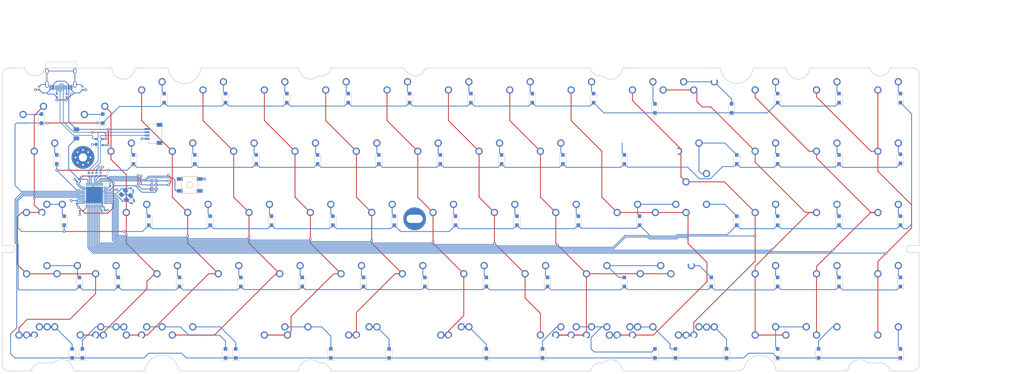
<source format=kicad_pcb>
(kicad_pcb (version 20221018) (generator pcbnew)
  (layers (0 "F.Cu" signal) (1 "In1.Cu" signal) (2 "In2.Cu" signal) (31 "B.Cu" signal) (34 "B.Paste" user) (35 "F.Paste" user) (36 "B.SilkS" user "B.Silkscreen") (37 "F.SilkS" user "F.Silkscreen") (38 "B.Mask" user) (39 "F.Mask" user) (44 "Edge.Cuts" user))
  (net 0 "")
  (net 1 "Net-(C1-Pad1)")
  (net 2 "ROW0")
  (net 3 "XTAL1")
  (net 4 "ROW1")
  (net 5 "XTAL2")
  (net 6 "ROW2")
  (net 7 "Net-(C_USBSHIELD1-Pad1)")
  (net 8 "ROW3")
  (net 9 "Net-(D1-Pad2)")
  (net 10 "ROW4")
  (net 11 "Net-(D2-Pad2)")
  (net 12 "Net-(D3-Pad2)")
  (net 13 "Net-(D4-Pad2)")
  (net 14 "Net-(D5-Pad2)")
  (net 15 "Net-(D6-Pad2)")
  (net 16 "Net-(D7-Pad2)")
  (net 17 "Net-(D8-Pad2)")
  (net 18 "Net-(D9-Pad2)")
  (net 19 "Net-(D10-Pad2)")
  (net 20 "Net-(D11-Pad2)")
  (net 21 "Net-(D12-Pad2)")
  (net 22 "Net-(D13-Pad2)")
  (net 23 "Net-(D14-Pad2)")
  (net 24 "Net-(D15-Pad2)")
  (net 25 "Net-(D16-Pad2)")
  (net 26 "Net-(D17-Pad2)")
  (net 27 "Net-(D18-Pad2)")
  (net 28 "Net-(D19-Pad2)")
  (net 29 "Net-(D20-Pad2)")
  (net 30 "Net-(D21-Pad2)")
  (net 31 "Net-(D22-Pad2)")
  (net 32 "Net-(D23-Pad2)")
  (net 33 "Net-(D24-Pad2)")
  (net 34 "Net-(D25-Pad2)")
  (net 35 "Net-(D26-Pad2)")
  (net 36 "Net-(D27-Pad2)")
  (net 37 "Net-(D28-Pad2)")
  (net 38 "Net-(D29-Pad2)")
  (net 39 "Net-(D30-Pad2)")
  (net 40 "Net-(D31-Pad2)")
  (net 41 "Net-(D32-Pad2)")
  (net 42 "Net-(D33-Pad2)")
  (net 43 "Net-(D34-Pad2)")
  (net 44 "Net-(D35-Pad2)")
  (net 45 "Net-(D36-Pad2)")
  (net 46 "Net-(D37-Pad2)")
  (net 47 "Net-(D38-Pad2)")
  (net 48 "Net-(D39-Pad2)")
  (net 49 "Net-(D40-Pad2)")
  (net 50 "Net-(D41-Pad2)")
  (net 51 "Net-(D42-Pad2)")
  (net 52 "Net-(D43-Pad2)")
  (net 53 "Net-(D44-Pad2)")
  (net 54 "Net-(D45-Pad2)")
  (net 55 "Net-(D46-Pad2)")
  (net 56 "Net-(D47-Pad2)")
  (net 57 "Net-(D48-Pad2)")
  (net 58 "Net-(D49-Pad2)")
  (net 59 "Net-(D50-Pad2)")
  (net 60 "Net-(D51-Pad2)")
  (net 61 "Net-(D52-Pad2)")
  (net 62 "Net-(D53-Pad2)")
  (net 63 "Net-(D54-Pad2)")
  (net 64 "Net-(D55-Pad2)")
  (net 65 "Net-(D56-Pad2)")
  (net 66 "Net-(D57-Pad2)")
  (net 67 "Net-(D58-Pad2)")
  (net 68 "Net-(D59-Pad2)")
  (net 69 "Net-(D60-Pad2)")
  (net 70 "Net-(D61-Pad2)")
  (net 71 "Net-(D62-Pad2)")
  (net 72 "COL0")
  (net 73 "COL1")
  (net 74 "COL2")
  (net 75 "COL3")
  (net 76 "COL4")
  (net 77 "COL5")
  (net 78 "COL6")
  (net 79 "COL7")
  (net 80 "COL8")
  (net 81 "COL9")
  (net 82 "COL10")
  (net 83 "COL11")
  (net 84 "COL12")
  (net 85 "COL13")
  (net 86 "Net-(D63-Pad2)")
  (net 87 "Net-(D64-Pad2)")
  (net 88 "Net-(D65-Pad2)")
  (net 89 "Net-(D66-Pad2)")
  (net 90 "Net-(D67-Pad2)")
  (net 91 "GND")
  (net 92 "+5V")
  (net 93 "Net-(D68-Pad2)")
  (net 94 "Net-(D69-Pad2)")
  (net 95 "Net-(D70-Pad2)")
  (net 96 "Net-(D71-Pad2)")
  (net 97 "D-")
  (net 98 "D+")
  (net 99 "VCC")
  (net 100 "MISO")
  (net 101 "SCK")
  (net 102 "MOSI")
  (net 103 "RESET")
  (net 104 "Net-(J3-PadA5)")
  (net 106 "Net-(J3-PadB5)")
  (net 108 "Net-(R1-Pad2)")
  (net 109 "Net-(R2-Pad2)")
  (net 110 "Net-(R3-Pad1)")
  (footprint "MX_Only:MXOnly-1U-NoLED" (layer "F.Cu") (at 93.6625 55.5625)
    (fp_text reference "MX3")
    (fp_text value "MX-NoLED")
  )
  (footprint "MX_Only:MXOnly-1.5U-NoLED" (layer "F.Cu") (at 60.325 131.7625)
    (fp_text reference "MX55b1")
    (fp_text value "MX-NoLED")
  )
  (footprint "MX_Only:MXOnly-1.25U-NoLED" (layer "F.Cu") (at 238.919503 131.764508)
    (fp_text reference "MX64a1")
    (fp_text value "MX-NoLED")
  )
  (footprint "MX_Only:MXOnly-1U-NoLED" (layer "F.Cu") (at 322.2625 131.7625)
    (fp_text reference "MX68")
    (fp_text value "MX-NoLED")
  )
  (footprint "MX_Only:MXOnly-2.25U-ReversedStabilizers-NoLED" (layer "F.Cu") (at 186.569937 131.7625)
    (fp_text reference "MX61")
    (fp_text value "MX-NoLED")
  )
  (footprint "MX_Only:MXOnly-1.5U-NoLED" (layer "F.Cu") (at 231.775 131.7625)
    (fp_text reference "MX63a1")
    (fp_text value "MX-NoLED")
  )
  (footprint "MX_Only:MXOnly-1U-NoLED" (layer "F.Cu") (at 284.1625 112.7125)
    (fp_text reference "MX52")
    (fp_text value "MX-NoLED")
  )
  (footprint "MX_Only:MXOnly-1U-NoLED" (layer "F.Cu") (at 146.05 93.6625)
    (fp_text reference "MX34")
    (fp_text value "MX-NoLED")
  )
  (footprint "MX_Only:MXOnly-1U-NoLED" (layer "F.Cu") (at 207.9625 55.5625)
    (fp_text reference "MX9")
    (fp_text value "MX-NoLED")
  )
  (footprint "MX_Only:MXOnly-1U-NoLED" (layer "F.Cu") (at 303.2125 55.5625)
    (fp_text reference "MX14")
    (fp_text value "MX-NoLED")
  )
  (footprint "MX_Only:MXOnly-1U-NoLED" (layer "F.Cu") (at 284.1625 74.6125)
    (fp_text reference "MX27")
    (fp_text value "MX-NoLED")
  )
  (footprint "MX_Only:MXOnly-1.25U-NoLED" (layer "F.Cu") (at 57.875628 93.662501)
    (fp_text reference "MX30a1")
    (fp_text value "MX-NoLED")
  )
  (footprint "MX_Only:MXOnly-1U-NoLED" (layer "F.Cu") (at 322.2625 93.6625)
    (fp_text reference "MX42")
    (fp_text value "MX-NoLED")
  )
  (footprint "MX_Only:MXOnly-1U-NoLED" (layer "F.Cu") (at 241.3 93.6625)
    (fp_text reference "MX39a1")
    (fp_text value "MX-NoLED")
  )
  (footprint "MX_Only:MXOnly-1U-NoLED" (layer "F.Cu") (at 212.725 112.7125)
    (fp_text reference "MX50")
    (fp_text value "MX-NoLED")
  )
  (footprint "MX_Only:MXOnly-6U-Centered-ReversedStabilizers-NoLED" (layer "F.Cu") (at 160.3375 131.7625)
    (fp_text reference "MX60b1")
    (fp_text value "MX-NoLED")
  )
  (footprint "MX_Only:MXOnly-1U-NoLED" (layer "F.Cu") (at 246.0625 55.5625)
    (fp_text reference "MX11")
    (fp_text value "MX-NoLED")
  )
  (footprint "MX_Only:MXOnly-1U-NoLED" (layer "F.Cu") (at 217.4875 131.7625)
    (fp_text reference "MX62")
    (fp_text value "MX-NoLED")
  )
  (footprint "MX_Only:MXOnly-1.5U-NoLED" (layer "F.Cu") (at 88.9 131.7625)
    (fp_text reference "MX57b1")
    (fp_text value "MX-NoLED")
  )
  (footprint "MX_Only:MXOnly-1U-NoLED" (layer "F.Cu") (at 303.2125 93.6625)
    (fp_text reference "MX41")
    (fp_text value "MX-NoLED")
  )
  (footprint "MX_Only:MXOnly-1U-NoLED" (layer "F.Cu") (at 322.2625 112.7125)
    (fp_text reference "MX54")
    (fp_text value "MX-NoLED")
  )
  (footprint "MX_Only:MXOnly-2U-NoLED" (layer "F.Cu") (at 255.5875 55.5625)
    (fp_text reference "MX12a1")
    (fp_text value "MX-NoLED")
  )
  (footprint "MX_Only:MXOnly-1.25U-NoLED" (layer "F.Cu") (at 262.722743 131.822903)
    (fp_text reference "MX65a1")
    (fp_text value "MX-NoLED")
  )
  (footprint "CherryMX:CherryMX_10.00u" (layer "F.Cu") (at 160.3375 131.7625)
    (fp_text reference "MX60c1" hide)
    (fp_text value "MX-NoLED")
  )
  (footprint "MX_Only:MXOnly-1U-NoLED" (layer "F.Cu") (at 117.475 112.7125)
    (fp_text reference "MX45")
    (fp_text value "MX-NoLED")
  )
  (footprint "MX_Only:MXOnly-1U-NoLED" (layer "F.Cu") (at 303.2125 131.7625)
    (fp_text reference "MX67")
    (fp_text value "MX-NoLED")
  )
  (footprint "MX_Only:MXOnly-1U-NoLED" (layer "F.Cu") (at 303.2125 112.7125)
    (fp_text reference "MX53")
    (fp_text value "MX-NoLED")
  )
  (footprint "MX_Only:MXOnly-1U-NoLED" (layer "F.Cu") (at 127 93.6625)
    (fp_text reference "MX33")
    (fp_text value "MX-NoLED")
  )
  (footprint "MX_Only:MXOnly-1U-NoLED" (layer "F.Cu") (at 188.9125 55.5625)
    (fp_text reference "MX8")
    (fp_text value "MX-NoLED")
  )
  (footprint "MX_Only:MXOnly-1U-NoLED" (layer "F.Cu") (at 222.25 93.6625)
    (fp_text reference "MX38")
    (fp_text value "MX-NoLED")
  )
  (footprint "MX_Only:MXOnly-1U-NoLED" (layer "F.Cu") (at 174.625 112.7125)
    (fp_text reference "MX48")
    (fp_text value "MX-NoLED")
  )
  (footprint "MX_Only:MXOnly-1U-NoLED" (layer "F.Cu") (at 122.2375 74.6125)
    (fp_text reference "MX19")
    (fp_text value "MX-NoLED")
  )
  (footprint "MX_Only:MXOnly-ISO-ReversedStabilizers-NoLED" (layer "F.Cu") (at 262.6995 84.1375)
    (fp_text reference "MX26a1")
    (fp_text value "MX-NoLED")
  )
  (footprint "MX_Only:MXOnly-1U-NoLED" (layer "F.Cu") (at 227.0125 55.5625)
    (fp_text reference "MX10")
    (fp_text value "MX-NoLED")
  )
  (footprint "MX_Only:MXOnly-1U-NoLED" (layer "F.Cu") (at 160.3375 74.6125)
    (fp_text reference "MX21")
    (fp_text value "MX-NoLED")
  )
  (footprint "MX_Only:MXOnly-2U-ReversedStabilizers-NoLED" (layer "F.Cu") (at 293.6875 131.7625)
    (fp_text reference "MX66a1")
    (fp_text value "MX-NoLED")
  )
  (footprint "MX_Only:MXOnly-1U-NoLED" (layer "F.Cu") (at 241.3 131.7625)
    (fp_text reference "MX64c1")
    (fp_text value "MX-NoLED")
  )
  (footprint "MX_Only:MXOnly-1U-NoLED" (layer "F.Cu") (at 203.2 93.6625)
    (fp_text reference "MX37")
    (fp_text value "MX-NoLED")
  )
  (footprint "MX_Only:MXOnly-1.5U-NoLED" (layer "F.Cu") (at 241.3 131.7625)
    (fp_text reference "MX64")
    (fp_text value "MX-NoLED")
  )
  (footprint "MX_Only:MXOnly-1U-NoLED" (layer "F.Cu") (at 136.525 112.7125)
    (fp_text reference "MX46")
    (fp_text value "MX-NoLED")
  )
  (footprint "MX_Only:MXOnly-2.25U-ReversedStabilizers-NoLED" (layer "F.Cu") (at 253.1745 93.6625)
    (fp_text reference "MX39")
    (fp_text value "MX-NoLED")
  )
  (footprint "MX_Only:MXOnly-1U-NoLED" (layer "F.Cu") (at 98.425 112.7125)
    (fp_text reference "MX44")
    (fp_text value "MX-NoLED")
  )
  (footprint "MX_Only:MXOnly-1.5U-NoLED" (layer "F.Cu") (at 260.35 74.6125)
    (fp_text reference "MX26")
    (fp_text value "MX-NoLED")
  )
  (footprint "MX_Only:MXOnly-3U-ReversedStabilizers-NoLED" (layer "F.Cu") (at 188.9125 131.7625)
    (fp_text reference "MX61a1")
    (fp_text value "MX-NoLED")
  )
  (footprint "MX_Only:MXOnly-1.75U-NoLED" (layer "F.Cu") (at 62.6745 93.6625)
    (fp_text reference "MX30")
    (fp_text value "MX-NoLED")
  )
  (footprint "MX_Only:MXOnly-1U-NoLED" (layer "F.Cu") (at 284.1625 93.6625)
    (fp_text reference "MX40")
    (fp_text value "MX-NoLED")
  )
  (footprint "MX_Only:MXOnly-1U-NoLED" (layer "F.Cu") (at 193.675 112.7125)
    (fp_text reference "MX49")
    (fp_text value "MX-NoLED")
  )
  (footprint "MX_Only:MXOnly-1U-NoLED" (layer "F.Cu") (at 198.4375 74.6125)
    (fp_text reference "MX23")
    (fp_text value "MX-NoLED")
  )
  (footprint "MX_Only:MXOnly-1U-NoLED" (layer "F.Cu") (at 217.4875 74.6125)
    (fp_text reference "MX24")
    (fp_text value "MX-NoLED")
  )
  (footprint "MX_Only:MXOnly-1U-NoLED" (layer "F.Cu") (at 55.5625 131.7625)
    (fp_text reference "MX55")
    (fp_text value "MX-NoLED")
  )
  (footprint "MX_Only:MXOnly-1U-NoLED" (layer "F.Cu") (at 74.6125 55.5625 180)
    (fp_text reference "MX2")
    (fp_text value "MX-NoLED")
  )
  (footprint "MX_Only:MXOnly-1U-NoLED" (layer "F.Cu") (at 88.9 93.6625)
    (fp_text reference "MX31")
    (fp_text value "MX-NoLED")
  )
  (footprint "MX_Only:MXOnly-1U-NoLED" (layer "F.Cu") (at 222.25 131.7625)
    (fp_text reference "MX63b1")
    (fp_text value "MX-NoLED")
  )
  (footprint "MX_Only:MXOnly-1U-NoLED" (layer "F.Cu") (at 103.1875 131.7625)
    (fp_text reference "MX58")
    (fp_text value "MX-NoLED")
  )
  (footprint "MX_Only:MXOnly-1U-NoLED" (layer "F.Cu") (at 322.2625 74.6125)
    (fp_text reference "MX29")
    (fp_text value "MX-NoLED")
  )
  (footprint "MX_Only:MXOnly-1U-NoLED" (layer "F.Cu") (at 93.6625 131.7625)
    (fp_text reference "MX57a1")
    (fp_text value "MX-NoLED")
  )
  (footprint "MX_Only:MXOnly-1U-NoLED" (layer "F.Cu") (at 107.95 93.6625)
    (fp_text reference "MX32")
    (fp_text value "MX-NoLED")
  )
  (footprint "MX_Only:MXOnly-1U-NoLED" (layer "F.Cu") (at 265.1125 55.5625)
    (fp_text reference "MX12")
    (fp_text value "MX-NoLED")
  )
  (footprint "MX_Only:MXOnly-1U-NoLED" (layer "F.Cu") (at 84.1375 74.6125)
    (fp_text reference "MX17")
    (fp_text value "MX-NoLED")
  )
  (footprint "MX_Only:MXOnly-1.5U-NoLED" (layer "F.Cu") (at 60.325 74.6125)
    (fp_text reference "MX16")
    (fp_text value "MX-NoLED")
  )
  (footprint "MX_Only:MXOnly-1.25U-NoLED" (layer "F.Cu") (at 57.961621 131.7625)
    (fp_text reference "MX55a1")
    (fp_text value "MX-NoLED")
  )
  (footprint "MX_Only:MXOnly-6.25U-ReversedStabilizers-NoLED" (layer "F.Cu") (at 157.9245 131.7625)
    (fp_text reference "MX60a1")
    (fp_text value "MX-NoLED")
  )
  (footprint "MX_Only:MXOnly-1U-NoLED" (layer "F.Cu") (at 184.15 93.6625)
    (fp_text reference "MX36")
    (fp_text value "MX-NoLED")
  )
  (footprint "MX_Only:MXOnly-3U-ReversedStabilizers-NoLED" (layer "F.Cu") (at 131.7625 131.7625)
    (fp_text reference "MX59a1")
    (fp_text value "MX-NoLED")
  )
  (footprint "MX_Only:MXOnly-2.75U-NoLED" (layer "F.Cu") (at 248.4755 112.7125)
    (fp_text reference "MX51b1")
    (fp_text value "MX-NoLED")
  )
  (footprint "MX_Only:MXOnly-1U-NoLED" (layer "F.Cu") (at 131.7625 55.5625)
    (fp_text reference "MX5")
    (fp_text value "MX-NoLED")
  )
  (footprint "MX_Only:MXOnly-1U-NoLED" (layer "F.Cu") (at 169.8625 55.5625)
    (fp_text reference "MX7")
    (fp_text value "MX-NoLED")
  )
  (footprint "MX_Only:MXOnly-1U-NoLED" (layer "F.Cu") (at 103.1875 74.6125)
    (fp_text reference "MX18")
    (fp_text value "MX-NoLED")
  )
  (footprint "MX_Only:MXOnly-1U-NoLED" (layer "F.Cu") (at 322.2625 55.5625)
    (fp_text reference "MX15")
    (fp_text value "MX-NoLED")
  )
  (footprint "MX_Only:MXOnly-1.5U-NoLED" (layer "F.Cu") (at 79.375 131.7625)
    (fp_text reference "MX56b1")
    (fp_text value "MX-NoLED")
  )
  (footprint "MX_Only:MXOnly-1U-NoLED" (layer "F.Cu") (at 227.0125 131.7625)
    (fp_text reference "MX63")
    (fp_text value "MX-NoLED")
  )
  (footprint "MX_Only:MXOnly-1U-NoLED" (layer "F.Cu") (at 112.7125 55.5625)
    (fp_text reference "MX4")
    (fp_text value "MX-NoLED")
  )
  (footprint "MX_Only:MXOnly-1U-NoLED" (layer "F.Cu") (at 141.2875 74.6125)
    (fp_text reference "MX20")
    (fp_text value "MX-NoLED")
  )
  (footprint "MX_Only:MXOnly-1U-NoLED" (layer "F.Cu") (at 303.2125 74.6125)
    (fp_text reference "MX28")
    (fp_text value "MX-NoLED")
  )
  (footprint "MX_Only:MXOnly-1U-NoLED" (layer "F.Cu") (at 231.775 112.7125)
    (fp_text reference "MX51")
    (fp_text value "MX-NoLED")
  )
  (footprint "MX_Only:MXOnly-1U-NoLED" (layer "F.Cu") (at 165.1 93.6625)
    (fp_text reference "MX35")
    (fp_text value "MX-NoLED")
  )
  (footprint "MX_Only:MXOnly-1U-NoLED" (layer "F.Cu") (at 284.1625 131.7625)
    (fp_text reference "MX66")
    (fp_text value "MX-NoLED")
  )
  (footprint "MX_Only:MXOnly-1.5U-NoLED" (layer "F.Cu") (at 260.35 131.7625)
    (fp_text reference "MX65")
    (fp_text value "MX-NoLED")
  )
  (footprint "MX_Only:MXOnly-1.75U-NoLED" (layer "F.Cu") (at 258.0005 112.7125)
    (fp_text reference "MX51a1")
    (fp_text value "MX-NoLED")
  )
  (footprint "MX_Only:MXOnly-2.75U-ReversedStabilizers-NoLED" (layer "F.Cu") (at 138.938 131.7625)
    (fp_text reference "MX59")
    (fp_text value "MX-NoLED")
  )
  (footprint "MX_Only:MXOnly-1U-NoLED" (layer "F.Cu") (at 246.0625 131.7625)
    (fp_text reference "MX64b1")
    (fp_text value "MX-NoLED")
  )
  (footprint "MX_Only:MXOnly-1U-NoLED" (layer "F.Cu") (at 155.575 112.7125)
    (fp_text reference "MX47")
    (fp_text value "MX-NoLED")
  )
  (footprint "clipboard:bad433fe-e59e-4cc5-9a2c-e9a85b9d332d" (layer "F.Cu") (at 330.677773 139.786261)
    (fp_text reference "")
    (fp_text value "")
    (fp_line (start -284.114015 -91.614004) (end -284.114015 -38.414015) (stroke (width 0.2)) (layer "Edge.Cuts"))
    (fp_line (start -284.114015 -38.414015) (end -281.221018 -38.414015) (stroke (width 0.2)) (layer "Edge.Cuts"))
    (fp_line (start -284.114015 -36.214011) (end -284.114499 -1.414513) (stroke (width 0.2)) (layer "Edge.Cuts"))
    (fp_line (start -282.114499 -93.614513) (end -277.114499 -93.614513) (stroke (width 0.2)) (layer "Edge.Cuts"))
    (fp_line (start -282.114015 0.585989) (end -275.114499 0.585487) (stroke (width 0.2)) (layer "Edge.Cuts"))
    (fp_line (start -281.221018 -36.214011) (end -284.114015 -36.214011) (stroke (width 0.2)) (layer "Edge.Cuts"))
    (fp_line (start -271.964499 -1.913411) (end -268.389502 -1.913411) (stroke (width 0.2)) (layer "Edge.Cuts"))
    (fp_line (start -261.492018 0.585989) (end -240.14802 0.585989) (stroke (width 0.2)) (layer "Edge.Cuts"))
    (fp_line (start -250.584017 -93.614004) (end -270.814499 -93.614513) (stroke (width 0.2)) (layer "Edge.Cuts"))
    (fp_line (start -233.019014 -93.614004) (end -242.442018 -93.614004) (stroke (width 0.2)) (layer "Edge.Cuts"))
    (fp_line (start -192.460016 -93.614004) (end -221.959017 -93.614004) (stroke (width 0.2)) (layer "Edge.Cuts"))
    (fp_line (start -192.460016 0.585989) (end -228.160455 0.585996) (stroke (width 0.2)) (layer "Edge.Cuts"))
    (fp_line (start -185.434489 -1.913411) (end -185.1645 -1.913411) (stroke (width 0.2)) (layer "Edge.Cuts"))
    (fp_line (start -182.073023 0.585989) (end -101.455011 0.585989) (stroke (width 0.2)) (layer "Edge.Cuts"))
    (fp_line (start -160.079667 -93.614004) (end -182.073023 -93.614004) (stroke (width 0.2)) (layer "Edge.Cuts"))
    (fp_line (start -101.514499 -93.614513) (end -151.833455 -93.614004) (stroke (width 0.2)) (layer "Edge.Cuts"))
    (fp_line (start -97.829523 -1.888782) (end -98.35101 -1.913425) (stroke (width 0.2)) (layer "Edge.Cuts"))
    (fp_line (start -91.068018 0.585989) (end -55.431666 0.585996) (stroke (width 0.2)) (layer "Edge.Cuts"))
    (fp_line (start -61.56901 -93.614004) (end -91.068018 -93.614004) (stroke (width 0.2)) (layer "Edge.Cuts"))
    (fp_line (start -43.380014 0.585989) (end -22.03602 0.585989) (stroke (width 0.2)) (layer "Edge.Cuts"))
    (fp_line (start -41.086008 -93.614004) (end -50.509012 -93.614004) (stroke (width 0.2)) (layer "Edge.Cuts"))
    (fp_line (start -14.959359 -1.908015) (end -11.564498 -1.913425) (stroke (width 0.2)) (layer "Edge.Cuts"))
    (fp_line (start -14.71471 -93.614461) (end -32.94401 -93.614004) (stroke (width 0.2)) (layer "Edge.Cuts"))
    (fp_line (start -8.414499 0.585487) (end -1.414011 0.585989) (stroke (width 0.2)) (layer "Edge.Cuts"))
    (fp_line (start -2.307016 -38.414015) (end 0.585989 -38.414015) (stroke (width 0.2)) (layer "Edge.Cuts"))
    (fp_line (start -1.414011 -93.614004) (end -8.373026 -93.614004) (stroke (width 0.2)) (layer "Edge.Cuts"))
    (fp_line (start 0.585989 -38.414015) (end 0.585989 -91.614004) (stroke (width 0.2)) (layer "Edge.Cuts"))
    (fp_line (start 0.585989 -36.214011) (end -2.307016 -36.214011) (stroke (width 0.2)) (layer "Edge.Cuts"))
    (fp_line (start 0.585989 -1.414011) (end 0.585989 -36.214011) (stroke (width 0.2)) (layer "Edge.Cuts"))
    (fp_arc (start -284.114015 -91.614004) (mid -283.528213 -93.028009) (end -282.114499 -93.614513) (stroke (width 0.2)) (layer "Edge.Cuts"))
    (fp_arc (start -282.114015 0.585989) (mid -283.528565 0.000043) (end -284.114499 -1.414513) (stroke (width 0.2)) (layer "Edge.Cuts"))
    (fp_arc (start -281.221018 -38.414015) (mid -280.121015 -37.314013) (end -281.221018 -36.214011) (stroke (width 0.2)) (layer "Edge.Cuts"))
    (fp_arc (start -275.114499 0.585487) (mid -273.942443 -1.171895) (end -271.964499 -1.913411) (stroke (width 0.2)) (layer "Edge.Cuts"))
    (fp_arc (start -270.814499 -93.614513) (mid -273.964499 -91.115612) (end -277.114499 -93.614513) (stroke (width 0.2)) (layer "Edge.Cuts"))
    (fp_arc (start -267.9555 -2.079011) (mid -268.1573 -1.956373) (end -268.389502 -1.913411) (stroke (width 0.2)) (layer "Edge.Cuts"))
    (fp_arc (start -267.9555 -2.079011) (mid -264.401255 -2.742924) (end -262.063017 0.01499) (stroke (width 0.2)) (layer "Edge.Cuts"))
    (fp_arc (start -261.492018 0.585989) (mid -261.896016 0.418988) (end -262.063017 0.01499) (stroke (width 0.2)) (layer "Edge.Cuts"))
    (fp_arc (start -250.584017 -93.614004) (mid -250.180014 -93.447008) (end -250.013018 -93.043005) (stroke (width 0.2)) (layer "Edge.Cuts"))
    (fp_arc (start -243.013018 -93.043005) (mid -246.513018 -90.114001) (end -250.013018 -93.043005) (stroke (width 0.2)) (layer "Edge.Cuts"))
    (fp_arc (start -243.013018 -93.043005) (mid -242.846021 -93.447008) (end -242.442018 -93.614004) (stroke (width 0.2)) (layer "Edge.Cuts"))
    (fp_arc (start -239.592012 0.029989) (mid -239.755018 0.422988) (end -240.14802 0.585989) (stroke (width 0.2)) (layer "Edge.Cuts"))
    (fp_arc (start -239.592012 0.029989) (mid -234.645857 -4.314454) (end -229.490489 -0.220456) (stroke (width 0.2)) (layer "Edge.Cuts"))
    (fp_arc (start -233.019014 -93.614004) (mid -232.615011 -93.447008) (end -232.448015 -93.043005) (stroke (width 0.2)) (layer "Edge.Cuts"))
    (fp_arc (start -228.160455 0.585996) (mid -228.938167 0.368631) (end -229.490489 -0.220456) (stroke (width 0.2)) (layer "Edge.Cuts"))
    (fp_arc (start -222.530016 -93.043005) (mid -227.489015 -88.795014) (end -232.448015 -93.043005) (stroke (width 0.2)) (layer "Edge.Cuts"))
    (fp_arc (start -222.530016 -93.043005) (mid -222.363017 -93.447005) (end -221.959017 -93.614004) (stroke (width 0.2)) (layer "Edge.Cuts"))
    (fp_arc (start -192.460016 -93.614004) (mid -192.056013 -93.447008) (end -191.889017 -93.043005) (stroke (width 0.2)) (layer "Edge.Cuts"))
    (fp_arc (start -191.889017 0.01499) (mid -192.056017 0.418989) (end -192.460016 0.585989) (stroke (width 0.2)) (layer "Edge.Cuts"))
    (fp_arc (start -191.889017 0.01499) (mid -189.499657 -2.735804) (end -185.94401 -1.940012) (stroke (width 0.2)) (layer "Edge.Cuts"))
    (fp_arc (start -186.099319 -90.933092) (mid -189.591241 -90.349652) (end -191.889017 -93.043005) (stroke (width 0.2)) (layer "Edge.Cuts"))
    (fp_arc (start -186.099319 -90.933092) (mid -185.659768 -91.102146) (end -185.18902 -91.115615) (stroke (width 0.2)) (layer "Edge.Cuts"))
    (fp_arc (start -185.434489 -1.913411) (mid -185.690619 -1.900483) (end -185.94401 -1.940012) (stroke (width 0.2)) (layer "Edge.Cuts"))
    (fp_arc (start -185.1645 -1.913411) (mid -183.171183 -1.217315) (end -182.073023 0.585989) (stroke (width 0.2)) (layer "Edge.Cuts"))
    (fp_arc (start -182.073023 -93.614004) (mid -183.1731 -91.793689) (end -185.18902 -91.115615) (stroke (width 0.2)) (layer "Edge.Cuts"))
    (fp_arc (start -160.079667 -93.614004) (mid -159.301948 -93.39665) (end -158.749632 -92.807553) (stroke (width 0.2)) (layer "Edge.Cuts"))
    (fp_arc (start -153.16349 -92.807552) (mid -155.956561 -91.113978) (end -158.749632 -92.807553) (stroke (width 0.2)) (layer "Edge.Cuts"))
    (fp_arc (start -153.16349 -92.807552) (mid -152.611157 -93.396622) (end -151.833455 -93.614004) (stroke (width 0.2)) (layer "Edge.Cuts"))
    (fp_arc (start -101.455011 0.585989) (mid -100.364123 -1.23637) (end -98.35101 -1.913425) (stroke (width 0.2)) (layer "Edge.Cuts"))
    (fp_arc (start -98.3645 -91.115665) (mid -100.381889 -91.807422) (end -101.514499 -93.614513) (stroke (width 0.2)) (layer "Edge.Cuts"))
    (fp_arc (start -98.3645 -91.115665) (mid -97.904096 -91.095401) (end -97.467166 -90.948861) (stroke (width 0.2)) (layer "Edge.Cuts"))
    (fp_arc (start -97.357547 -2.091781) (mid -97.575229 -1.94772) (end -97.829523 -1.888782) (stroke (width 0.2)) (layer "Edge.Cuts"))
    (fp_arc (start -97.357547 -2.091781) (mid -93.894595 -2.677017) (end -91.639017 0.01499) (stroke (width 0.2)) (layer "Edge.Cuts"))
    (fp_arc (start -91.639017 -93.043005) (mid -93.947613 -90.310843) (end -97.467166 -90.948861) (stroke (width 0.2)) (layer "Edge.Cuts"))
    (fp_arc (start -91.639017 -93.043005) (mid -91.472012 -93.446999) (end -91.068018 -93.614004) (stroke (width 0.2)) (layer "Edge.Cuts"))
    (fp_arc (start -91.068018 0.585989) (mid -91.472012 0.418984) (end -91.639017 0.01499) (stroke (width 0.2)) (layer "Edge.Cuts"))
    (fp_arc (start -61.56901 -93.614004) (mid -61.165026 -93.446989) (end -60.998011 -93.043005) (stroke (width 0.2)) (layer "Edge.Cuts"))
    (fp_arc (start -53.633523 -0.809011) (mid -54.293739 0.196374) (end -55.431666 0.585996) (stroke (width 0.2)) (layer "Edge.Cuts"))
    (fp_arc (start -53.633523 -0.809011) (mid -48.455697 -4.193051) (end -43.936014 0.029989) (stroke (width 0.2)) (layer "Edge.Cuts"))
    (fp_arc (start -51.080026 -93.043005) (mid -56.039019 -88.795014) (end -60.998011 -93.043005) (stroke (width 0.2)) (layer "Edge.Cuts"))
    (fp_arc (start -51.080026 -93.043005) (mid -50.913017 -93.447006) (end -50.509012 -93.614004) (stroke (width 0.2)) (layer "Edge.Cuts"))
    (fp_arc (start -43.380014 0.585989) (mid -43.773023 0.422998) (end -43.936014 0.029989) (stroke (width 0.2)) (layer "Edge.Cuts"))
    (fp_arc (start -41.086008 -93.614004) (mid -40.681968 -93.447049) (end -40.515024 -93.043005) (stroke (width 0.2)) (layer "Edge.Cuts"))
    (fp_arc (start -33.515024 -93.043005) (mid -37.015024 -90.114001) (end -40.515024 -93.043005) (stroke (width 0.2)) (layer "Edge.Cuts"))
    (fp_arc (start -33.515024 -93.043005) (mid -33.348012 -93.447003) (end -32.94401 -93.614004) (stroke (width 0.2)) (layer "Edge.Cuts"))
    (fp_arc (start -21.465006 0.01499) (mid -21.632015 0.41899) (end -22.03602 0.585989) (stroke (width 0.2)) (layer "Edge.Cuts"))
    (fp_arc (start -21.465006 0.01499) (mid -19.122069 -2.720018) (end -15.59202 -2.007014) (stroke (width 0.2)) (layer "Edge.Cuts"))
    (fp_arc (start -14.959359 -1.908015) (mid -15.284286 -1.902581) (end -15.59202 -2.007014) (stroke (width 0.2)) (layer "Edge.Cuts"))
    (fp_arc (start -11.564498 -1.913425) (mid -9.562959 -1.201643) (end -8.414499 0.585487) (stroke (width 0.2)) (layer "Edge.Cuts"))
    (fp_arc (start -8.373026 -93.614004) (mid -11.54405 -91.099037) (end -14.71471 -93.614461) (stroke (width 0.2)) (layer "Edge.Cuts"))
    (fp_arc (start -2.307016 -36.214011) (mid -3.40702 -37.314013) (end -2.307016 -38.414015) (stroke (width 0.2)) (layer "Edge.Cuts"))
    (fp_arc (start -1.414011 -93.614004) (mid -0.00001 -93.028005) (end 0.585989 -91.614004) (stroke (width 0.2)) (layer "Edge.Cuts"))
    (fp_arc (start 0.585989 -1.414011) (mid 0 0) (end -1.414011 0.585989) (stroke (width 0.2)) (layer "Edge.Cuts"))
  )
  (footprint "MX_Only:MXOnly-1.25U-NoLED" (layer "F.Cu") (at 262.6995 93.6625)
    (fp_text reference "MX39b1")
    (fp_text value "MX-NoLED")
  )
  (footprint "MX_Only:MXOnly-1U-NoLED" (layer "F.Cu") (at 74.6125 131.7625)
    (fp_text reference "MX56")
    (fp_text value "MX-NoLED")
  )
  (footprint "MX_Only:MXOnly-1U-NoLED" (layer "F.Cu") (at 79.375 112.7125)
    (fp_text reference "MX43b1")
    (fp_text value "MX-NoLED")
  )
  (footprint "MX_Only:MXOnly-1.25U-NoLED" (layer "F.Cu") (at 57.919685 112.727971)
    (fp_text reference "MX43a1")
    (fp_text value "MX-NoLED")
  )
  (footprint "MX_Only:MXOnly-1U-NoLED" (layer "F.Cu") (at 265.1125 131.7625)
    (fp_text reference "MX65b1")
    (fp_text value "MX-NoLED")
  )
  (footprint "MX_Only:MXOnly-1U-NoLED" (layer "F.Cu") (at 179.3875 74.6125)
    (fp_text reference "MX22")
    (fp_text value "MX-NoLED")
  )
  (footprint "MX_Only:MXOnly-1.25U-NoLED" (layer "F.Cu") (at 81.767877 131.789345)
    (fp_text reference "MX56a1")
    (fp_text value "MX-NoLED")
  )
  (footprint "MX_Only:MXOnly-1U-NoLED" (layer "F.Cu") (at 284.1625 55.5625)
    (fp_text reference "MX13")
    (fp_text value "MX-NoLED")
  )
  (footprint "MX_Only:MXOnly-1U-NoLED" (layer "F.Cu") (at 150.8125 55.5625)
    (fp_text reference "MX6")
    (fp_text value "MX-NoLED")
  )
  (footprint "MX_Only:MXOnly-7U-ReversedStabilizers-NoLED" (layer "F.Cu") (at 160.3375 131.7625)
    (fp_text reference "MX60")
    (fp_text value "MX-NoLED")
  )
  (footprint "MX_Only:MXOnly-1U-NoLED" (layer "F.Cu") (at 55.5625 55.5625 180)
    (fp_text reference "MX1")
    (fp_text value "MX-NoLED")
  )
  (footprint "MX_Only:MXOnly-2.25U-NoLED" (layer "F.Cu") (at 67.3735 112.7125)
    (fp_text reference "MX43")
    (fp_text value "MX-NoLED")
  )
  (footprint "random-keyboard-parts:SKQG-1155865" (layer "B.Cu") (at 104.775 82.55)
    (fp_text reference "SW_Reset1" hide)
    (fp_text value "SW_Push")
  )
  (footprint "Diode_SMD:D_SOD-123F" (layer "B.Cu") (at 77.7875 61.9125 90)
    (fp_text reference "D7" hide)
    (fp_text value "D_Small")
  )
  (footprint "Diode_SMD:D_SOD-123F" (layer "B.Cu") (at 266.7 112.7125 90)
    (fp_text reference "D42" hide)
    (fp_text value "D_Small")
  )
  (footprint "Diode_SMD:D_SOD-123F" (layer "B.Cu") (at 274.6375 93.6625 90)
    (fp_text reference "D48" hide)
    (fp_text value "D_Small")
  )
  (footprint "Capacitor_SMD:C_0402_1005Metric" (layer "B.Cu") (at 69.723 87.884 90)
    (fp_text reference "C2" hide)
    (fp_text value "0.1uF")
  )
  (footprint "Diode_SMD:D_SOD-123F" (layer "B.Cu") (at 71.4375 134.9375 90)
    (fp_text reference "D11" hide)
    (fp_text value "D_Small")
  )
  (footprint "Diode_SMD:D_SOD-123F" (layer "B.Cu") (at 271.4625 134.9375 90)
    (fp_text reference "D58" hide)
    (fp_text value "D_Small")
  )
  (footprint "random-keyboard-parts:JST-SR-4" (layer "B.Cu") (at 96.3125 66.675 -90)
    (fp_text reference "J2" hide)
    (fp_text value "Conn_01x04_MountingPin")
  )
  (footprint "Diode_SMD:D_SOD-123F" (layer "B.Cu") (at 325.4375 134.9375 90)
    (fp_text reference "D71" hide)
    (fp_text value "D_Small")
  )
  (footprint "Diode_SMD:D_SOD-123F" (layer "B.Cu") (at 287.3375 112.7125 90)
    (fp_text reference "D52" hide)
    (fp_text value "D_Small")
  )
  (footprint "Diode_SMD:D_SOD-123F" (layer "B.Cu") (at 120.65 112.7125 90)
    (fp_text reference "D15" hide)
    (fp_text value "D_Small")
  )
  (footprint "Diode_SMD:D_SOD-123F" (layer "B.Cu") (at 201.6125 74.6125 90)
    (fp_text reference "D38" hide)
    (fp_text value "D_Small")
  )
  (footprint "Diode_SMD:D_SOD-123F" (layer "B.Cu") (at 239.7125 74.6125 90)
    (fp_text reference "D50" hide)
    (fp_text value "D_Small")
  )
  (footprint "Diode_SMD:D_SOD-123F" (layer "B.Cu") (at 325.4375 112.7125 90)
    (fp_text reference "D62" hide)
    (fp_text value "D_Small")
  )
  (footprint "Diode_SMD:D_SOD-123F" (layer "B.Cu") (at 325.4375 55.5625 90)
    (fp_text reference "D70" hide)
    (fp_text value "D_Small")
  )
  (footprint "Diode_SMD:D_SOD-123F" (layer "B.Cu") (at 115.8875 134.9375 90)
    (fp_text reference "D16" hide)
    (fp_text value "D_Small")
  )
  (footprint "Capacitor_SMD:C_0402_1005Metric" (layer "B.Cu") (at 86.875619 83.947 135)
    (fp_text reference "C4" hide)
    (fp_text value "22pF")
  )
  (footprint "Diode_SMD:D_SOD-123F" (layer "B.Cu") (at 325.4375 93.6625 90)
    (fp_text reference "D66" hide)
    (fp_text value "D_Small")
  )
  (footprint "Diode_SMD:D_SOD-123F" (layer "B.Cu") (at 125.4125 74.6125 90)
    (fp_text reference "D18" hide)
    (fp_text value "D_Small")
  )
  (footprint "Diode_SMD:D_SOD-123F" (layer "B.Cu") (at 306.3875 93.6625 90)
    (fp_text reference "D61" hide)
    (fp_text value "D_Small")
  )
  (footprint "Diode_SMD:D_SOD-123F" (layer "B.Cu") (at 214.3125 134.9375 90)
    (fp_text reference "D41" hide)
    (fp_text value "D_Small")
  )
  (footprint "Resistor_SMD:R_0402_1005Metric" (layer "B.Cu") (at 73.406 79.375 -90)
    (fp_text reference "R1" hide)
    (fp_text value "22")
  )
  (footprint "Resistor_SMD:R_0402_1005Metric" (layer "B.Cu") (at 74.549 79.375 -90)
    (fp_text reference "R2" hide)
    (fp_text value "22")
  )
  (footprint "Diode_SMD:D_SOD-123F" (layer "B.Cu") (at 187.325 93.6625 90)
    (fp_text reference "D34" hide)
    (fp_text value "D_Small")
  )
  (footprint "Diode_SMD:D_SOD-123F" (layer "B.Cu") (at 306.3875 74.6125 90)
    (fp_text reference "D65" hide)
    (fp_text value "D_Small")
  )
  (footprint "Diode_SMD:D_SOD-123F" (layer "B.Cu") (at 65.784192 93.651705 90)
    (fp_text reference "D4" hide)
    (fp_text value "D_Small")
  )
  (footprint "Diode_SMD:D_SOD-123F" (layer "B.Cu") (at 111.125 93.6625 90)
    (fp_text reference "D14" hide)
    (fp_text value "D_Small")
  )
  (footprint "Diode_SMD:D_SOD-123F" (layer "B.Cu") (at 249.2375 134.9375 90)
    (fp_text reference "D47" hide)
    (fp_text value "D_Small")
  )
  (footprint "Diode_SMD:D_SOD-123F" (layer "B.Cu") (at 306.3875 112.7125 90)
    (fp_text reference "D57" hide)
    (fp_text value "D_Small")
  )
  (footprint "Resistor_SMD:R_0402_1005Metric" (layer "B.Cu") (at 80.5815 82.931 180)
    (fp_text reference "R4" hide)
    (fp_text value "10k")
  )
  (footprint "Diode_SMD:D_SOD-123F" (layer "B.Cu") (at 244.475 93.6625 90)
    (fp_text reference "D51" hide)
    (fp_text value "D_Small")
  )
  (footprint "Diode_SMD:D_SOD-123F" (layer "B.Cu") (at 230.1875 55.5625 90)
    (fp_text reference "D49" hide)
    (fp_text value "D_Small")
  )
  (footprint "Resistor_SMD:R_0402_1005Metric" (layer "B.Cu") (at 71.501 52.451 -90)
    (fp_text reference "R_USBSHIELD1" hide)
    (fp_text value "1M")
  )
  (footprint "Diode_SMD:D_SOD-123F" (layer "B.Cu") (at 225.425 93.6625 90)
    (fp_text reference "D45" hide)
    (fp_text value "D_Small")
  )
  (footprint "Capacitor_SMD:C_0402_1005Metric" (layer "B.Cu") (at 70.104 81.153 -135)
    (fp_text reference "C8" hide)
    (fp_text value "10uF")
  )
  (footprint "Diode_SMD:D_SOD-123F" (layer "B.Cu") (at 115.8875 55.5625 90)
    (fp_text reference "D17" hide)
    (fp_text value "D_Small")
  )
  (footprint "Fuse:Fuse_1206_3216Metric" (layer "B.Cu") (at 69.596 66.675 -90)
    (fp_text reference "F1" hide)
    (fp_text value "500mA")
  )
  (footprint "Diode_SMD:D_SOD-123F" (layer "B.Cu") (at 101.6 112.7125 90)
    (fp_text reference "D10" hide)
    (fp_text value "D_Small")
  )
  (footprint "Resistor_SMD:R_0402_1005Metric" (layer "B.Cu") (at 63.5 54.737 -90)
    (fp_text reference "R_USB1" hide)
    (fp_text value "5.1k")
  )
  (footprint "Diode_SMD:D_SOD-123F" (layer "B.Cu") (at 130.175 93.6625 90)
    (fp_text reference "D19" hide)
    (fp_text value "D_Small")
  )
  (footprint "Diode_SMD:D_SOD-123F" (layer "B.Cu") (at 70.515675 112.726368 90)
    (fp_text reference "D5" hide)
    (fp_text value "D_Small")
  )
  (footprint "Resistor_SMD:R_0402_1005Metric" (layer "B.Cu") (at 66.548 54.737 -90)
    (fp_text reference "R_USB2" hide)
    (fp_text value "5.1k")
  )
  (footprint "Diode_SMD:D_SOD-123F" (layer "B.Cu") (at 287.3375 55.5625 90)
    (fp_text reference "D64" hide)
    (fp_text value "D_Small")
  )
  (footprint "Diode_SMD:D_SOD-123F" (layer "B.Cu") (at 148.59 134.9375 90)
    (fp_text reference "D26" hide)
    (fp_text value "D_Small")
  )
  (footprint "Diode_SMD:D_SOD-123F" (layer "B.Cu") (at 196.85 134.9375 90)
    (fp_text reference "D36" hide)
    (fp_text value "D_Small")
  )
  (footprint "Crystal:Crystal_SMD_3225-4Pin_3.2x2.5mm" (layer "B.Cu") (at 84.970619 85.725 135)
    (fp_text reference "Y1" hide)
    (fp_text value "Crystal_GND24_Small")
  )
  (footprint "Diode_SMD:D_SOD-123F" (layer "B.Cu") (at 134.9375 55.5625 90)
    (fp_text reference "D22" hide)
    (fp_text value "D_Small")
  )
  (footprint "Connector_USB:USB_C_Receptacle_HRO_TYPE-C-31-M-12" (layer "B.Cu") (at 64.77 48.208)
    (fp_text reference "J3" hide)
    (fp_text value "USB_C_Receptacle_USB2.0")
  )
  (footprint "Diode_SMD:D_SOD-123F" (layer "B.Cu") (at 166.6875 134.9375 90)
    (fp_text reference "D31" hide)
    (fp_text value "D_Small")
  )
  (footprint "Diode_SMD:D_SOD-123F" (layer "B.Cu") (at 163.5125 74.6125 90)
    (fp_text reference "D28" hide)
    (fp_text value "D_Small")
  )
  (footprint "Package_TO_SOT_SMD:SOT-143" (layer "B.Cu") (at 76.708 69.215)
    (fp_text reference "D72" hide)
    (fp_text value "PRTR5V0U2X")
  )
  (footprint "Diode_SMD:D_SOD-123F" (layer "B.Cu") (at 287.3375 134.9375 90)
    (fp_text reference "D63" hide)
    (fp_text value "D_Small")
  )
  (footprint "Diode_SMD:D_SOD-123F" (layer "B.Cu") (at 220.6625 74.6125 90)
    (fp_text reference "D44" hide)
    (fp_text value "D_Small")
  )
  (footprint "Diode_SMD:D_SOD-123F" (layer "B.Cu") (at 306.3875 55.5625 90)
    (fp_text reference "D68" hide)
    (fp_text value "D_Small")
  )
  (footprint "Resistor_SMD:R_0402_1005Metric" (layer "B.Cu") (at 71.1835 90.6145 180)
    (fp_text reference "R3" hide)
    (fp_text value "10k")
  )
  (footprint "Diode_SMD:D_SOD-123F" (layer "B.Cu") (at 168.275 93.6625 90)
    (fp_text reference "D29" hide)
    (fp_text value "D_Small")
  )
  (footprint "Capacitor_SMD:C_0402_1005Metric" (layer "B.Cu") (at 80.5815 84.074)
    (fp_text reference "C7" hide)
    (fp_text value "0.1uF")
  )
  (footprint "Diode_SMD:D_SOD-123F" (layer "B.Cu") (at 149.225 93.6625 90)
    (fp_text reference "D24" hide)
    (fp_text value "D_Small")
  )
  (footprint "Diode_SMD:D_SOD-123F" (layer "B.Cu") (at 58.7375 61.9125 90)
    (fp_text reference "D2" hide)
    (fp_text value "D_Small")
  )
  (footprint "Capacitor_SMD:C_0402_1005Metric" (layer "B.Cu") (at 75.819 79.248 90)
    (fp_text reference "C1" hide)
    (fp_text value "1uF")
  )
  (footprint "Diode_SMD:D_SOD-123F" (layer "B.Cu") (at 68.2625 134.9375 90)
    (fp_text reference "D6" hide)
    (fp_text value "D_Small")
  )
  (footprint "Capacitor_SMD:C_0402_1005Metric" (layer "B.Cu") (at 77.089 79.248 90)
    (fp_text reference "C5" hide)
    (fp_text value "0.1uF")
  )
  (footprint "Diode_SMD:D_SOD-123F" (layer "B.Cu") (at 211.1375 55.5625 90)
    (fp_text reference "D43" hide)
    (fp_text value "D_Small")
  )
  (footprint "Diode_SMD:D_SOD-123F" (layer "B.Cu") (at 173.0375 55.5625 90)
    (fp_text reference "D32" hide)
    (fp_text value "D_Small")
  )
  (footprint "Diode_SMD:D_SOD-123F" (layer "B.Cu") (at 82.55 112.7125 90)
    (fp_text reference "D1" hide)
    (fp_text value "D_Small")
  )
  (footprint "Diode_SMD:D_SOD-123F" (layer "B.Cu") (at 325.4375 74.425 90)
    (fp_text reference "D69" hide)
    (fp_text value "D_Small")
  )
  (footprint "Diode_SMD:D_SOD-123F" (layer "B.Cu") (at 287.3375 74.6125 90)
    (fp_text reference "D60" hide)
    (fp_text value "D_Small")
  )
  (footprint "Diode_SMD:D_SOD-123F" (layer "B.Cu") (at 153.9875 55.5625 90)
    (fp_text reference "D27" hide)
    (fp_text value "D_Small")
  )
  (footprint "Diode_SMD:D_SOD-123F" (layer "B.Cu") (at 158.75 112.7125 90)
    (fp_text reference "D25" hide)
    (fp_text value "D_Small")
  )
  (footprint "Capacitor_SMD:C_0402_1005Metric" (layer "B.Cu") (at 77.851 90.424)
    (fp_text reference "C6" hide)
    (fp_text value "0.1uF")
  )
  (footprint "Diode_SMD:D_SOD-123F" (layer "B.Cu") (at 182.5625 74.6125 90)
    (fp_text reference "D33" hide)
    (fp_text value "D_Small")
  )
  (footprint "Diode_SMD:D_SOD-123F" (layer "B.Cu") (at 119.0625 134.9375 90)
    (fp_text reference "D21" hide)
    (fp_text value "D_Small")
  )
  (footprint "Diode_SMD:D_SOD-123F" (layer "B.Cu") (at 96.8375 55.5625 90)
    (fp_text reference "D12" hide)
    (fp_text value "D_Small")
  )
  (footprint "Diode_SMD:D_SOD-123F" (layer "B.Cu") (at 144.4625 74.6125 90)
    (fp_text reference "D23" hide)
    (fp_text value "D_Small")
  )
  (footprint "Diode_SMD:D_SOD-123F" (layer "B.Cu") (at 273.05 58.7375 90)
    (fp_text reference "D59" hide)
    (fp_text value "D_Small")
  )
  (footprint "Diode_SMD:D_SOD-123F" (layer "B.Cu") (at 215.9 112.7125 90)
    (fp_text reference "D40" hide)
    (fp_text value "D_Small")
  )
  (footprint "Diode_SMD:D_SOD-123F" (layer "B.Cu") (at 87.3125 74.6125 90)
    (fp_text reference "D8" hide)
    (fp_text value "D_Small")
  )
  (footprint "Diode_SMD:D_SOD-123F" (layer "B.Cu") (at 287.3375 93.6625 90)
    (fp_text reference "D56" hide)
    (fp_text value "D_Small")
  )
  (footprint "Diode_SMD:D_SOD-123F" (layer "B.Cu") (at 192.0875 55.5625 90)
    (fp_text reference "D37" hide)
    (fp_text value "D_Small")
  )
  (footprint "Capacitor_SMD:C_0402_1005Metric" (layer "B.Cu") (at 58.039 52.451 -90)
    (fp_text reference "C_USBSHIELD1" hide)
    (fp_text value "4.7nF")
  )
  (footprint "Diode_SMD:D_SOD-123F" (layer "B.Cu") (at 249.2375 58.7375 90)
    (fp_text reference "D54" hide)
    (fp_text value "D_Small")
  )
  (footprint "Diode_SMD:D_SOD-123F" (layer "B.Cu") (at 274.6375 74.6125 90)
    (fp_text reference "D55" hide)
    (fp_text value "D_Small")
  )
  (footprint "Diode_SMD:D_SOD-123F" (layer "B.Cu") (at 92.075 93.6625 90)
    (fp_text reference "D9" hide)
    (fp_text value "D_Small")
  )
  (footprint "Keebio-Parts:ICSP_1.27mm" (layer "B.Cu") (at 93.0375 83.82)
    (fp_text reference "J1")
    (fp_text value "AVR-ISP-6")
  )
  (footprint "Package_DFN_QFN:QFN-44-1EP_7x7mm_P0.5mm_EP5.2x5.2mm" (layer "B.Cu") (at 75.184 85.725 -90)
    (fp_text reference "U1" hide)
    (fp_text value "ATmega32U4-M")
  )
  (footprint "Diode_SMD:D_SOD-123F" (layer "B.Cu") (at 63.5 74.6125 90)
    (fp_text reference "D3" hide)
    (fp_text value "D_Small")
  )
  (footprint "Diode_SMD:D_SOD-123F" (layer "B.Cu") (at 300.0375 134.9375 90)
    (fp_text reference "D67" hide)
    (fp_text value "D_Small")
  )
  (footprint "Diode_SMD:D_SOD-123F" (layer "B.Cu") (at 106.3625 74.6125 90)
    (fp_text reference "D13" hide)
    (fp_text value "D_Small")
  )
  (footprint "Diode_SMD:D_SOD-123F" (layer "B.Cu") (at 177.8 112.7125 90)
    (fp_text reference "D30" hide)
    (fp_text value "D_Small")
  )
  (footprint "Diode_SMD:D_SOD-123F" (layer "B.Cu") (at 239.7125 112.7125 90)
    (fp_text reference "D46" hide)
    (fp_text value "D_Small")
  )
  (footprint "Diode_SMD:D_SOD-123F" (layer "B.Cu") (at 206.375 93.6625 90)
    (fp_text reference "D39" hide)
    (fp_text value "D_Small")
  )
  (footprint "Diode_SMD:D_SOD-123F" (layer "B.Cu") (at 196.85 112.7125 90)
    (fp_text reference "D35" hide)
    (fp_text value "D_Small")
  )
  (footprint "Capacitor_SMD:C_0402_1005Metric" (layer "B.Cu") (at 87.129619 87.884 -135)
    (fp_text reference "C3" hide)
    (fp_text value "22pF")
  )
  (footprint "Diode_SMD:D_SOD-123F" (layer "B.Cu") (at 139.7 112.7125 90)
    (fp_text reference "D20" hide)
    (fp_text value "D_Small")
  )
  (footprint "Diode_SMD:D_SOD-123F" (layer "B.Cu") (at 255.5875 134.9375 90)
    (fp_text reference "D53" hide)
    (fp_text value "D_Small")
  )
  (segment (start 75.184 80.363) (end 75.819 79.728) (width 0.25) (layer "B.Cu") (net 1))
  (segment (start 75.184 82.3875) (end 75.184 80.363) (width 0.25) (layer "B.Cu") (net 1))
  (segment (start 75.63923 63.29877) (end 75.692 63.246) (width 0.25) (layer "F.Cu") (net 2))
  (segment (start 60.55075 63.29877) (end 75.63923 63.29877) (width 0.25) (layer "F.Cu") (net 2))
  (via (at 76.073 63.246) (size 0.8) (drill 0.4) (layers "F.Cu" "B.Cu") (net 2))
  (via (at 60.55075 63.29877) (size 0.8) (drill 0.4) (layers "F.Cu" "B.Cu") (net 2))
  (segment (start 60.53702 63.3125) (end 60.55075 63.29877) (width 0.25) (layer "B.Cu") (net 2))
  (segment (start 115.8875 56.9625) (end 116.964 58.039) (width 0.25) (layer "B.Cu") (net 2))
  (segment (start 82.934 58.166) (end 95.634 58.166) (width 0.25) (layer "B.Cu") (net 2))
  (segment (start 288.414 58.039) (end 305.311 58.039) (width 0.25) (layer "B.Cu") (net 2))
  (segment (start 284.1625 60.1375) (end 287.3375 56.9625) (width 0.25) (layer "B.Cu") (net 2))
  (segment (start 193.164 58.039) (end 210.061 58.039) (width 0.25) (layer "B.Cu") (net 2))
  (segment (start 191.011 58.039) (end 192.0875 56.9625) (width 0.25) (layer "B.Cu") (net 2))
  (segment (start 58.7375 63.3125) (end 54.1625 63.3125) (width 0.25) (layer "B.Cu") (net 2))
  (segment (start 210.061 58.039) (end 211.1375 56.9625) (width 0.25) (layer "B.Cu") (net 2))
  (segment (start 134.9375 56.9625) (end 136.014 58.039) (width 0.25) (layer "B.Cu") (net 2))
  (segment (start 96.8375 56.9625) (end 97.914 58.039) (width 0.25) (layer "B.Cu") (net 2))
  (segment (start 116.964 58.039) (end 133.861 58.039) (width 0.25) (layer "B.Cu") (net 2))
  (segment (start 50.546 63.754) (end 50.9875 63.3125) (width 0.25) (layer "B.Cu") (net 2))
  (segment (start 77.7875 63.3125) (end 76.1395 63.3125) (width 0.25) (layer "B.Cu") (net 2))
  (segment (start 174.114 58.039) (end 191.011 58.039) (width 0.25) (layer "B.Cu") (net 2))
  (segment (start 76.1395 63.3125) (end 76.073 63.246) (width 0.25) (layer "B.Cu") (net 2))
  (segment (start 152.911 58.039) (end 153.9875 56.9625) (width 0.25) (layer "B.Cu") (net 2))
  (segment (start 173.0375 56.9625) (end 174.114 58.039) (width 0.25) (layer "B.Cu") (net 2))
  (segment (start 133.861 58.039) (end 134.9375 56.9625) (width 0.25) (layer "B.Cu") (net 2))
  (segment (start 70.392193 84.56) (end 52.429 84.56) (width 0.25) (layer "B.Cu") (net 2))
  (segment (start 305.311 58.039) (end 306.3875 56.9625) (width 0.25) (layer "B.Cu") (net 2))
  (segment (start 212.214 58.039) (end 229.111 58.039) (width 0.25) (layer "B.Cu") (net 2))
  (segment (start 95.634 58.166) (end 96.8375 56.9625) (width 0.25) (layer "B.Cu") (net 2))
  (segment (start 71.7965 85.175) (end 71.007195 85.175) (width 0.25) (layer "B.Cu") (net 2))
  (segment (start 114.811 58.039) (end 115.8875 56.9625) (width 0.25) (layer "B.Cu") (net 2))
  (segment (start 54.1625 63.3125) (end 53.6545 63.3125) (width 0.25) (layer "B.Cu") (net 2))
  (segment (start 77.7875 63.3125) (end 82.934 58.166) (width 0.25) (layer "B.Cu") (net 2))
  (segment (start 249.2375 60.1375) (end 273.05 60.1375) (width 0.25) (layer "B.Cu") (net 2))
  (segment (start 58.7375 63.3125) (end 60.53702 63.3125) (width 0.25) (layer "B.Cu") (net 2))
  (segment (start 233.3625 60.1375) (end 249.2375 60.1375) (width 0.25) (layer "B.Cu") (net 2))
  (segment (start 97.914 58.039) (end 114.811 58.039) (width 0.25) (layer "B.Cu") (net 2))
  (segment (start 229.111 58.039) (end 230.1875 56.9625) (width 0.25) (layer "B.Cu") (net 2))
  (segment (start 153.9875 56.9625) (end 155.064 58.039) (width 0.25) (layer "B.Cu") (net 2))
  (segment (start 192.0875 56.9625) (end 193.164 58.039) (width 0.25) (layer "B.Cu") (net 2))
  (segment (start 230.1875 56.9625) (end 233.3625 60.1375) (width 0.25) (layer "B.Cu") (net 2))
  (segment (start 71.007195 85.175) (end 70.392193 84.56) (width 0.25) (layer "B.Cu") (net 2))
  (segment (start 171.961 58.039) (end 173.0375 56.9625) (width 0.25) (layer "B.Cu") (net 2))
  (segment (start 211.1375 56.9625) (end 212.214 58.039) (width 0.25) (layer "B.Cu") (net 2))
  (segment (start 52.429 84.56) (end 50.546 82.677) (width 0.25) (layer "B.Cu") (net 2))
  (segment (start 50.9875 63.3125) (end 54.1625 63.3125) (width 0.25) (layer "B.Cu") (net 2))
  (segment (start 50.546 82.677) (end 50.546 63.754) (width 0.25) (layer "B.Cu") (net 2))
  (segment (start 273.05 60.1375) (end 284.1625 60.1375) (width 0.25) (layer "B.Cu") (net 2))
  (segment (start 71.8465 85.225) (end 71.7965 85.175) (width 0.25) (layer "B.Cu") (net 2))
  (segment (start 287.3375 56.9625) (end 288.414 58.039) (width 0.25) (layer "B.Cu") (net 2))
  (segment (start 136.014 58.039) (end 152.911 58.039) (width 0.25) (layer "B.Cu") (net 2))
  (segment (start 155.064 58.039) (end 171.961 58.039) (width 0.25) (layer "B.Cu") (net 2))
  (segment (start 82.049619 85.725) (end 83.954619 87.63) (width 0.25) (layer "B.Cu") (net 3))
  (segment (start 84.621254 87.63) (end 85.147396 87.103858) (width 0.25) (layer "B.Cu") (net 3))
  (segment (start 83.954619 87.63) (end 84.621254 87.63) (width 0.25) (layer "B.Cu") (net 3))
  (segment (start 78.5215 85.725) (end 82.049619 85.725) (width 0.25) (layer "B.Cu") (net 3))
  (segment (start 86.266949 88.223411) (end 86.790208 88.223411) (width 0.25) (layer "B.Cu") (net 3))
  (segment (start 85.147396 87.103858) (end 86.266949 88.223411) (width 0.25) (layer "B.Cu") (net 3))
  (segment (start 63.5 77.978) (end 79.603 77.978) (width 0.25) (layer "F.Cu") (net 4))
  (via (at 79.603 77.978) (size 0.8) (drill 0.4) (layers "F.Cu" "B.Cu") (net 4))
  (via (at 63.5 77.978) (size 0.8) (drill 0.4) (layers "F.Cu" "B.Cu") (net 4))
  (segment (start 239.7125 76.0125) (end 239.7155 76.0125) (width 0.25) (layer "B.Cu") (net 4))
  (segment (start 270.256 76.835) (end 273.815 76.835) (width 0.25) (layer "B.Cu") (net 4))
  (segment (start 239.7155 76.0125) (end 240.7285 77.0255) (width 0.25) (layer "B.Cu") (net 4))
  (segment (start 259.3975 77.0255) (end 263.017 80.645) (width 0.25) (layer "B.Cu") (net 4))
  (segment (start 145.539 77.089) (end 162.436 77.089) (width 0.25) (layer "B.Cu") (net 4))
  (segment (start 325.4375 75.8825) (end 325.4375 75.825) (width 0.25) (layer "B.Cu") (net 4))
  (segment (start 275.714 77.089) (end 286.261 77.089) (width 0.25) (layer "B.Cu") (net 4))
  (segment (start 200.536 77.089) (end 201.6125 76.0125) (width 0.25) (layer "B.Cu") (net 4))
  (segment (start 88.389 77.089) (end 105.286 77.089) (width 0.25) (layer "B.Cu") (net 4))
  (segment (start 274.6375 76.0125) (end 275.714 77.089) (width 0.25) (layer "B.Cu") (net 4))
  (segment (start 202.689 77.089) (end 219.586 77.089) (width 0.25) (layer "B.Cu") (net 4))
  (segment (start 324.231 77.089) (end 325.4375 75.8825) (width 0.25) (layer "B.Cu") (net 4))
  (segment (start 238.636 77.089) (end 239.7125 76.0125) (width 0.25) (layer "B.Cu") (net 4))
  (segment (start 126.489 77.089) (end 143.386 77.089) (width 0.25) (layer "B.Cu") (net 4))
  (segment (start 125.4125 76.0125) (end 126.489 77.089) (width 0.25) (layer "B.Cu") (net 4))
  (segment (start 69.632 84.11) (end 70.578589 84.11) (width 0.25) (layer "B.Cu") (net 4))
  (segment (start 240.7285 77.0255) (end 259.3975 77.0255) (width 0.25) (layer "B.Cu") (net 4))
  (segment (start 63.5 76.0125) (end 63.5 77.978) (width 0.25) (layer "B.Cu") (net 4))
  (segment (start 163.5125 76.0125) (end 164.589 77.089) (width 0.25) (layer "B.Cu") (net 4))
  (segment (start 306.3845 76.0125) (end 305.3715 77.0255) (width 0.25) (layer "B.Cu") (net 4))
  (segment (start 143.386 77.089) (end 144.4625 76.0125) (width 0.25) (layer "B.Cu") (net 4))
  (segment (start 71.8465 84.725) (end 71.193592 84.725) (width 0.25) (layer "B.Cu") (net 4))
  (segment (start 266.446 80.645) (end 270.256 76.835) (width 0.25) (layer "B.Cu") (net 4))
  (segment (start 288.3505 77.0255) (end 287.3375 76.0125) (width 0.25) (layer "B.Cu") (net 4))
  (segment (start 221.739 77.089) (end 238.636 77.089) (width 0.25) (layer "B.Cu") (net 4))
  (segment (start 79.603 77.978) (end 85.347 77.978) (width 0.25) (layer "B.Cu") (net 4))
  (segment (start 144.4625 76.0125) (end 145.539 77.089) (width 0.25) (layer "B.Cu") (net 4))
  (segment (start 273.815 76.835) (end 274.6375 76.0125) (width 0.25) (layer "B.Cu") (net 4))
  (segment (start 70.578589 84.11) (end 71.193592 84.725) (width 0.25) (layer "B.Cu") (net 4))
  (segment (start 219.586 77.089) (end 220.6625 76.0125) (width 0.25) (layer "B.Cu") (net 4))
  (segment (start 164.589 77.089) (end 181.486 77.089) (width 0.25) (layer "B.Cu") (net 4))
  (segment (start 63.5 77.978) (end 69.632 84.11) (width 0.25) (layer "B.Cu") (net 4))
  (segment (start 85.347 77.978) (end 87.3125 76.0125) (width 0.25) (layer "B.Cu") (net 4))
  (segment (start 263.017 80.645) (end 266.446 80.645) (width 0.25) (layer "B.Cu") (net 4))
  (segment (start 220.6625 76.0125) (end 221.739 77.089) (width 0.25) (layer "B.Cu") (net 4))
  (segment (start 106.3625 76.0125) (end 107.439 77.089) (width 0.25) (layer "B.Cu") (net 4))
  (segment (start 306.3875 76.0125) (end 306.3845 76.0125) (width 0.25) (layer "B.Cu") (net 4))
  (segment (start 181.486 77.089) (end 182.5625 76.0125) (width 0.25) (layer "B.Cu") (net 4))
  (segment (start 305.3715 77.0255) (end 288.3505 77.0255) (width 0.25) (layer "B.Cu") (net 4))
  (segment (start 306.3875 76.0125) (end 307.464 77.089) (width 0.25) (layer "B.Cu") (net 4))
  (segment (start 201.6125 76.0125) (end 202.689 77.089) (width 0.25) (layer "B.Cu") (net 4))
  (segment (start 183.639 77.089) (end 200.536 77.089) (width 0.25) (layer "B.Cu") (net 4))
  (segment (start 105.286 77.089) (end 106.3625 76.0125) (width 0.25) (layer "B.Cu") (net 4))
  (segment (start 87.3125 76.0125) (end 88.389 77.089) (width 0.25) (layer "B.Cu") (net 4))
  (segment (start 124.336 77.089) (end 125.4125 76.0125) (width 0.25) (layer "B.Cu") (net 4))
  (segment (start 107.439 77.089) (end 124.336 77.089) (width 0.25) (layer "B.Cu") (net 4))
  (segment (start 162.436 77.089) (end 163.5125 76.0125) (width 0.25) (layer "B.Cu") (net 4))
  (segment (start 182.5625 76.0125) (end 183.639 77.089) (width 0.25) (layer "B.Cu") (net 4))
  (segment (start 307.464 77.089) (end 324.231 77.089) (width 0.25) (layer "B.Cu") (net 4))
  (segment (start 286.261 77.089) (end 287.3375 76.0125) (width 0.25) (layer "B.Cu") (net 4))
  (segment (start 82.041619 85.225) (end 83.573619 83.693) (width 0.25) (layer "B.Cu") (net 5))
  (segment (start 84.1407 83.693) (end 84.793842 84.346142) (width 0.25) (layer "B.Cu") (net 5))
  (segment (start 83.573619 83.693) (end 84.1407 83.693) (width 0.25) (layer "B.Cu") (net 5))
  (segment (start 78.5215 85.225) (end 82.041619 85.225) (width 0.25) (layer "B.Cu") (net 5))
  (segment (start 86.536208 83.607589) (end 85.532395 83.607589) (width 0.25) (layer "B.Cu") (net 5))
  (segment (start 85.532395 83.607589) (end 84.793842 84.346142) (width 0.25) (layer "B.Cu") (net 5))
  (segment (start 65.786 97.028) (end 84.3655 97.028) (width 0.25) (layer "F.Cu") (net 6))
  (via (at 65.786 97.028) (size 0.8) (drill 0.4) (layers "F.Cu" "B.Cu") (net 6))
  (via (at 84.3655 97.028) (size 0.8) (drill 0.4) (layers "F.Cu" "B.Cu") (net 6))
  (segment (start 84.3655 97.028) (end 90.1095 97.028) (width 0.25) (layer "B.Cu") (net 6))
  (segment (start 168.275 95.0625) (end 170.2405 97.028) (width 0.25) (layer "B.Cu") (net 6))
  (segment (start 65.786 96.99475) (end 65.786 97.028) (width 0.25) (layer "B.Cu") (net 6))
  (segment (start 307.464 96.139) (end 324.361 96.139) (width 0.25) (layer "B.Cu") (net 6))
  (segment (start 326.514 96.139) (end 325.4375 95.0625) (width 0.25) (layer "B.Cu") (net 6))
  (segment (start 185.3595 97.028) (end 187.325 95.0625) (width 0.25) (layer "B.Cu") (net 6))
  (segment (start 111.125 95.0625) (end 112.2015 96.139) (width 0.25) (layer "B.Cu") (net 6))
  (segment (start 305.311 96.139) (end 306.3875 95.0625) (width 0.25) (layer "B.Cu") (net 6))
  (segment (start 328.93 60.455) (end 328.93 94.742) (width 0.25) (layer "B.Cu") (net 6))
  (segment (start 90.1095 97.028) (end 92.075 95.0625) (width 0.25) (layer "B.Cu") (net 6))
  (segment (start 327.533 96.139) (end 326.514 96.139) (width 0.25) (layer "B.Cu") (net 6))
  (segment (start 150.3015 96.139) (end 167.1985 96.139) (width 0.25) (layer "B.Cu") (net 6))
  (segment (start 226.393901 96.031401) (end 243.506099 96.031401) (width 0.25) (layer "B.Cu") (net 6))
  (segment (start 324.361 96.139) (end 325.4375 95.0625) (width 0.25) (layer "B.Cu") (net 6))
  (segment (start 65.786 95.02925) (end 65.786 96.99475) (width 0.25) (layer "B.Cu") (net 6))
  (segment (start 224.3485 96.139) (end 225.425 95.0625) (width 0.25) (layer "B.Cu") (net 6))
  (segment (start 225.425 95.0625) (end 226.393901 96.031401) (width 0.25) (layer "B.Cu") (net 6))
  (segment (start 286.261 96.139) (end 287.3375 95.0625) (width 0.25) (layer "B.Cu") (net 6))
  (segment (start 206.375 95.0625) (end 207.4515 96.139) (width 0.25) (layer "B.Cu") (net 6))
  (segment (start 52.578 97.028) (end 65.786 97.028) (width 0.25) (layer "B.Cu") (net 6))
  (segment (start 53.028 85.91) (end 51.435 87.503) (width 0.25) (layer "B.Cu") (net 6))
  (segment (start 325.4375 56.9625) (end 328.93 60.455) (width 0.25) (layer "B.Cu") (net 6))
  (segment (start 207.4515 96.139) (end 224.3485 96.139) (width 0.25) (layer "B.Cu") (net 6))
  (segment (start 187.325 95.0625) (end 188.4015 96.139) (width 0.25) (layer "B.Cu") (net 6))
  (segment (start 148.1485 96.139) (end 149.225 95.0625) (width 0.25) (layer "B.Cu") (net 6))
  (segment (start 288.414 96.139) (end 305.311 96.139) (width 0.25) (layer "B.Cu") (net 6))
  (segment (start 71.8465 86.725) (end 70.648005 86.725) (width 0.25) (layer "B.Cu") (net 6))
  (segment (start 93.1515 96.139) (end 110.0485 96.139) (width 0.25) (layer "B.Cu") (net 6))
  (segment (start 328.93 94.742) (end 327.533 96.139) (width 0.25) (layer "B.Cu") (net 6))
  (segment (start 92.075 95.0625) (end 93.1515 96.139) (width 0.25) (layer "B.Cu") (net 6))
  (segment (start 51.435 87.503) (end 51.435 95.885) (width 0.25) (layer "B.Cu") (net 6))
  (segment (start 247.856901 98.444401) (end 255.651 98.444401) (width 0.25) (layer "B.Cu") (net 6))
  (segment (start 306.3875 95.0625) (end 307.464 96.139) (width 0.25) (layer "B.Cu") (net 6))
  (segment (start 243.506099 96.031401) (end 244.475 95.0625) (width 0.25) (layer "B.Cu") (net 6))
  (segment (start 244.475 95.0625) (end 247.856901 98.444401) (width 0.25) (layer "B.Cu") (net 6))
  (segment (start 130.175 95.0625) (end 131.2515 96.139) (width 0.25) (layer "B.Cu") (net 6))
  (segment (start 110.0485 96.139) (end 111.125 95.0625) (width 0.25) (layer "B.Cu") (net 6))
  (segment (start 271.722499 97.974501) (end 274.6345 95.0625) (width 0.25) (layer "B.Cu") (net 6))
  (segment (start 275.714 96.139) (end 286.261 96.139) (width 0.25) (layer "B.Cu") (net 6))
  (segment (start 205.2985 96.139) (end 206.375 95.0625) (width 0.25) (layer "B.Cu") (net 6))
  (segment (start 255.651 98.444401) (end 256.1209 97.974501) (width 0.25) (layer "B.Cu") (net 6))
  (segment (start 167.1985 96.139) (end 168.275 95.0625) (width 0.25) (layer "B.Cu") (net 6))
  (segment (start 51.435 95.885) (end 52.578 97.028) (width 0.25) (layer "B.Cu") (net 6))
  (segment (start 287.3375 95.0625) (end 288.414 96.139) (width 0.25) (layer "B.Cu") (net 6))
  (segment (start 112.2015 96.139) (end 129.0985 96.139) (width 0.25) (layer "B.Cu") (net 6))
  (segment (start 256.1209 97.974501) (end 271.722499 97.974501) (width 0.25) (layer "B.Cu") (net 6))
  (segment (start 170.2405 97.028) (end 185.3595 97.028) (width 0.25) (layer "B.Cu") (net 6))
  (segment (start 129.0985 96.139) (end 130.175 95.0625) (width 0.25) (layer "B.Cu") (net 6))
  (segment (start 70.648005 86.725) (end 69.833005 85.91) (width 0.25) (layer "B.Cu") (net 6))
  (segment (start 188.4015 96.139) (end 205.2985 96.139) (width 0.25) (layer "B.Cu") (net 6))
  (segment (start 274.6375 95.0625) (end 275.714 96.139) (width 0.25) (layer "B.Cu") (net 6))
  (segment (start 69.833005 85.91) (end 53.028 85.91) (width 0.25) (layer "B.Cu") (net 6))
  (segment (start 274.6345 95.0625) (end 274.6375 95.0625) (width 0.25) (layer "B.Cu") (net 6))
  (segment (start 131.2515 96.139) (end 148.1485 96.139) (width 0.25) (layer "B.Cu") (net 6))
  (segment (start 149.225 95.0625) (end 150.3015 96.139) (width 0.25) (layer "B.Cu") (net 6))
  (segment (start 60.45 51.338) (end 60.45 47.158) (width 0.22) (layer "B.Cu") (net 7))
  (segment (start 58.039 51.971) (end 58.672 51.338) (width 0.25) (layer "B.Cu") (net 7))
  (segment (start 69.09 47.158) (end 60.45 47.158) (width 0.22) (layer "B.Cu") (net 7))
  (segment (start 69.09 51.338) (end 69.09 47.158) (width 0.22) (layer "B.Cu") (net 7))
  (segment (start 70.898 51.338) (end 71.501 51.941) (width 0.22) (layer "B.Cu") (net 7))
  (segment (start 58.672 51.338) (end 60.45 51.338) (width 0.25) (layer "B.Cu") (net 7))
  (segment (start 69.09 51.338) (end 70.898 51.338) (width 0.22) (layer "B.Cu") (net 7))
  (segment (start 305.418599 115.081401) (end 288.306401 115.081401) (width 0.25) (layer "B.Cu") (net 8))
  (segment (start 70.784401 86.225) (end 71.8465 86.225) (width 0.25) (layer "B.Cu") (net 8))
  (segment (start 267.7765 115.189) (end 266.7 114.1125) (width 0.25) (layer "B.Cu") (net 8))
  (segment (start 83.6265 115.189) (end 100.5235 115.189) (width 0.25) (layer "B.Cu") (net 8))
  (segment (start 158.75 114.1125) (end 159.718901 115.081401) (width 0.25) (layer "B.Cu") (net 8))
  (segment (start 119.5735 115.189) (end 120.65 114.1125) (width 0.25) (layer "B.Cu") (net 8))
  (segment (start 82.55 114.1125) (end 83.6265 115.189) (width 0.25) (layer "B.Cu") (net 8))
  (segment (start 51.504 114.89115) (end 51.504 100.905604) (width 0.25) (layer "B.Cu") (net 8))
  (segment (start 52.841604 85.46) (end 70.019401 85.46) (width 0.25) (layer "B.Cu") (net 8))
  (segment (start 121.618901 115.081401) (end 138.731099 115.081401) (width 0.25) (layer "B.Cu") (net 8))
  (segment (start 216.956828 115.169328) (end 215.9 114.1125) (width 0.25) (layer "B.Cu") (net 8))
  (segment (start 286.261 115.189) (end 267.7765 115.189) (width 0.25) (layer "B.Cu") (net 8))
  (segment (start 176.831099 115.081401) (end 177.8 114.1125) (width 0.25) (layer "B.Cu") (net 8))
  (segment (start 157.76725 115.09525) (end 158.75 114.1125) (width 0.25) (layer "B.Cu") (net 8))
  (segment (start 69.469 115.189) (end 51.80185 115.189) (width 0.25) (layer "B.Cu") (net 8))
  (segment (start 306.3875 114.1125) (end 305.418599 115.081401) (width 0.25) (layer "B.Cu") (net 8))
  (segment (start 265.731099 115.081401) (end 240.681401 115.081401) (width 0.25) (layer "B.Cu") (net 8))
  (segment (start 266.7 114.1125) (end 265.731099 115.081401) (width 0.25) (layer "B.Cu") (net 8))
  (segment (start 71.578307 115.189) (end 81.4735 115.189) (width 0.25) (layer "B.Cu") (net 8))
  (segment (start 214.843172 115.169328) (end 197.906828 115.169328) (width 0.25) (layer "B.Cu") (net 8))
  (segment (start 120.65 114.1125) (end 121.618901 115.081401) (width 0.25) (layer "B.Cu") (net 8))
  (segment (start 324.361 115.189) (end 307.467 115.189) (width 0.25) (layer "B.Cu") (net 8))
  (segment (start 306.3875 114.1125) (end 306.3905 114.1125) (width 0.25) (layer "B.Cu") (net 8))
  (segment (start 239.7125 114.1125) (end 238.655672 115.169328) (width 0.25) (layer "B.Cu") (net 8))
  (segment (start 240.681401 115.081401) (end 239.7125 114.1125) (width 0.25) (layer "B.Cu") (net 8))
  (segment (start 70.515675 114.142325) (end 69.469 115.189) (width 0.25) (layer "B.Cu") (net 8))
  (segment (start 197.906828 115.169328) (end 196.85 114.1125) (width 0.25) (layer "B.Cu") (net 8))
  (segment (start 51.504 100.905604) (end 50.985 100.386604) (width 0.25) (layer "B.Cu") (net 8))
  (segment (start 81.4735 115.189) (end 82.55 114.1125) (width 0.25) (layer "B.Cu") (net 8))
  (segment (start 288.306401 115.081401) (end 287.3375 114.1125) (width 0.25) (layer "B.Cu") (net 8))
  (segment (start 287.3375 114.1125) (end 286.261 115.189) (width 0.25) (layer "B.Cu") (net 8))
  (segment (start 215.9 114.1125) (end 214.843172 115.169328) (width 0.25) (layer "B.Cu") (net 8))
  (segment (start 238.655672 115.169328) (end 216.956828 115.169328) (width 0.25) (layer "B.Cu") (net 8))
  (segment (start 138.731099 115.081401) (end 139.7 114.1125) (width 0.25) (layer "B.Cu") (net 8))
  (segment (start 139.7 114.1125) (end 140.68275 115.09525) (width 0.25) (layer "B.Cu") (net 8))
  (segment (start 177.8 114.1125) (end 178.768901 115.081401) (width 0.25) (layer "B.Cu") (net 8))
  (segment (start 306.3905 114.1125) (end 307.467 115.189) (width 0.25) (layer "B.Cu") (net 8))
  (segment (start 100.5235 115.189) (end 101.6 114.1125) (width 0.25) (layer "B.Cu") (net 8))
  (segment (start 50.985 100.386604) (end 50.985 87.316604) (width 0.25) (layer "B.Cu") (net 8))
  (segment (start 178.768901 115.081401) (end 195.881099 115.081401) (width 0.25) (layer "B.Cu") (net 8))
  (segment (start 50.985 87.316604) (end 52.841604 85.46) (width 0.25) (layer "B.Cu") (net 8))
  (segment (start 70.7657 86.206299) (end 70.784401 86.225) (width 0.25) (layer "B.Cu") (net 8))
  (segment (start 70.515675 114.126368) (end 71.578307 115.189) (width 0.25) (layer "B.Cu") (net 8))
  (segment (start 51.80185 115.189) (end 51.504 114.89115) (width 0.25) (layer "B.Cu") (net 8))
  (segment (start 195.881099 115.081401) (end 196.85 114.1125) (width 0.25) (layer "B.Cu") (net 8))
  (segment (start 70.7657 86.206295) (end 70.7657 86.206299) (width 0.25) (layer "B.Cu") (net 8))
  (segment (start 70.515675 114.126368) (end 70.515675 114.142325) (width 0.25) (layer "B.Cu") (net 8))
  (segment (start 102.6765 115.189) (end 119.5735 115.189) (width 0.25) (layer "B.Cu") (net 8))
  (segment (start 140.68275 115.09525) (end 157.76725 115.09525) (width 0.25) (layer "B.Cu") (net 8))
  (segment (start 101.6 114.1125) (end 102.6765 115.189) (width 0.25) (layer "B.Cu") (net 8))
  (segment (start 325.4375 114.1125) (end 324.361 115.189) (width 0.25) (layer "B.Cu") (net 8))
  (segment (start 159.718901 115.081401) (end 176.831099 115.081401) (width 0.25) (layer "B.Cu") (net 8))
  (segment (start 70.019401 85.46) (end 70.7657 86.206295) (width 0.25) (layer "B.Cu") (net 8))
  (segment (start 81.915 107.6325) (end 81.915 110.6775) (width 0.25) (layer "B.Cu") (net 9))
  (segment (start 81.915 110.6775) (end 82.55 111.3125) (width 0.25) (layer "B.Cu") (net 9))
  (segment (start 70.205797 85.01) (end 52.509 85.01) (width 0.25) (layer "B.Cu") (net 10))
  (segment (start 49.149 128.905) (end 49.149 135.001) (width 0.25) (layer "B.Cu") (net 10))
  (segment (start 287.3375 136.3375) (end 325.4375 136.3375) (width 0.25) (layer "B.Cu") (net 10))
  (segment (start 102.235 134.874) (end 92.075 134.874) (width 0.25) (layer "B.Cu") (net 10))
  (segment (start 49.149 135.001) (end 50.4855 136.3375) (width 0.25) (layer "B.Cu") (net 10))
  (segment (start 196.85 136.3375) (end 271.4625 136.3375) (width 0.25) (layer "B.Cu") (net 10))
  (segment (start 166.6875 136.3375) (end 103.6985 136.3375) (width 0.25) (layer "B.Cu") (net 10))
  (segment (start 103.6985 136.3375) (end 102.235 134.874) (width 0.25) (layer "B.Cu") (net 10))
  (segment (start 90.6115 136.3375) (end 71.4375 136.3375) (width 0.25) (layer "B.Cu") (net 10))
  (segment (start 51.054 101.092) (end 51.054 127) (width 0.25) (layer "B.Cu") (net 10))
  (segment (start 276.7935 136.3375) (end 278.257 134.874) (width 0.25) (layer "B.Cu") (net 10))
  (segment (start 166.6875 136.3375) (end 196.85 136.3375) (width 0.25) (layer "B.Cu") (net 10))
  (segment (start 71.8465 85.725) (end 70.9208 85.725) (width 0.25) (layer "B.Cu") (net 10))
  (segment (start 50.4855 136.3375) (end 68.2625 136.3375) (width 0.25) (layer "B.Cu") (net 10))
  (segment (start 50.535 100.573) (end 51.054 101.092) (width 0.25) (layer "B.Cu") (net 10))
  (segment (start 51.054 127) (end 49.149 128.905) (width 0.25) (layer "B.Cu") (net 10))
  (segment (start 285.874 134.874) (end 287.3375 136.3375) (width 0.25) (layer "B.Cu") (net 10))
  (segment (start 50.535 86.984) (end 50.535 100.573) (width 0.25) (layer "B.Cu") (net 10))
  (segment (start 92.075 134.874) (end 90.6115 136.3375) (width 0.25) (layer "B.Cu") (net 10))
  (segment (start 68.2625 136.3375) (end 71.4375 136.3375) (width 0.25) (layer "B.Cu") (net 10))
  (segment (start 70.9208 85.725) (end 70.205797 85.01) (width 0.25) (layer "B.Cu") (net 10))
  (segment (start 52.509 85.01) (end 50.535 86.984) (width 0.25) (layer "B.Cu") (net 10))
  (segment (start 278.257 134.874) (end 285.874 134.874) (width 0.25) (layer "B.Cu") (net 10))
  (segment (start 271.4625 136.3375) (end 276.7935 136.3375) (width 0.25) (layer "B.Cu") (net 10))
  (segment (start 53.0225 60.6425) (end 58.6075 60.6425) (width 0.25) (layer "B.Cu") (net 11))
  (segment (start 58.6075 60.6425) (end 58.7375 60.5125) (width 0.25) (layer "B.Cu") (net 11))
  (segment (start 62.865 69.5325) (end 62.865 72.5775) (width 0.25) (layer "B.Cu") (net 12))
  (segment (start 62.865 72.5775) (end 63.5 73.2125) (width 0.25) (layer "B.Cu") (net 12))
  (segment (start 65.2145 91.682013) (end 65.784192 92.251705) (width 0.25) (layer "B.Cu") (net 13))
  (segment (start 65.2145 88.5825) (end 65.2145 91.682013) (width 0.25) (layer "B.Cu") (net 13))
  (segment (start 60.415628 88.582501) (end 65.2145 88.5825) (width 0.25) (layer "B.Cu") (net 13))
  (segment (start 69.898029 107.647971) (end 69.9135 107.6325) (width 0.25) (layer "B.Cu") (net 14))
  (segment (start 69.9135 110.724193) (end 70.515675 111.326368) (width 0.25) (layer "B.Cu") (net 14))
  (segment (start 60.459685 107.647971) (end 69.898029 107.647971) (width 0.25) (layer "B.Cu") (net 14))
  (segment (start 69.9135 107.6325) (end 69.9135 110.724193) (width 0.25) (layer "B.Cu") (net 14))
  (segment (start 68.2625 132.08) (end 68.2625 133.5375) (width 0.25) (layer "B.Cu") (net 15))
  (segment (start 58.1025 126.6825) (end 62.865 126.6825) (width 0.25) (layer "B.Cu") (net 15))
  (segment (start 62.865 126.6825) (end 68.2625 132.08) (width 0.25) (layer "B.Cu") (net 15))
  (segment (start 77.6575 60.6425) (end 77.7875 60.5125) (width 0.25) (layer "B.Cu") (net 16))
  (segment (start 72.0725 60.6425) (end 77.6575 60.6425) (width 0.25) (layer "B.Cu") (net 16))
  (segment (start 86.6775 69.5325) (end 86.6775 72.5775) (width 0.25) (layer "B.Cu") (net 17))
  (segment (start 86.6775 72.5775) (end 87.3125 73.2125) (width 0.25) (layer "B.Cu") (net 17))
  (segment (start 91.44 91.6275) (end 92.075 92.2625) (width 0.25) (layer "B.Cu") (net 18))
  (segment (start 91.44 88.5825) (end 91.44 91.6275) (width 0.25) (layer "B.Cu") (net 18))
  (segment (start 100.965 110.6775) (end 101.6 111.3125) (width 0.25) (layer "B.Cu") (net 19))
  (segment (start 100.965 107.6325) (end 100.965 110.6775) (width 0.25) (layer "B.Cu") (net 19))
  (segment (start 77.1525 126.6825) (end 75.609099 126.6825) (width 0.25) (layer "B.Cu") (net 20))
  (segment (start 84.281032 126.6825) (end 84.307877 126.709345) (width 0.25) (layer "B.Cu") (net 20))
  (segment (start 75.609099 126.6825) (end 71.4375 130.854099) (width 0.25) (layer "B.Cu") (net 20))
  (segment (start 77.1525 126.6825) (end 84.281032 126.6825) (width 0.25) (layer "B.Cu") (net 20))
  (segment (start 71.4375 130.854099) (end 71.4375 133.5375) (width 0.25) (layer "B.Cu") (net 20))
  (segment (start 96.2025 53.5275) (end 96.8375 54.1625) (width 0.25) (layer "B.Cu") (net 21))
  (segment (start 96.2025 50.4825) (end 96.2025 53.5275) (width 0.25) (layer "B.Cu") (net 21))
  (segment (start 105.7275 72.5775) (end 106.3625 73.2125) (width 0.25) (layer "B.Cu") (net 22))
  (segment (start 105.7275 69.5325) (end 105.7275 72.5775) (width 0.25) (layer "B.Cu") (net 22))
  (segment (start 110.49 88.5825) (end 110.49 91.6275) (width 0.25) (layer "B.Cu") (net 23))
  (segment (start 110.49 91.6275) (end 111.125 92.2625) (width 0.25) (layer "B.Cu") (net 23))
  (segment (start 120.015 107.6325) (end 120.015 110.6775) (width 0.25) (layer "B.Cu") (net 24))
  (segment (start 120.015 110.6775) (end 120.65 111.3125) (width 0.25) (layer "B.Cu") (net 24))
  (segment (start 104.521 129.286) (end 114.046 129.286) (width 0.25) (layer "B.Cu") (net 25))
  (segment (start 96.2025 126.6825) (end 101.9175 126.6825) (width 0.25) (layer "B.Cu") (net 25))
  (segment (start 96.2025 126.6825) (end 91.44 126.6825) (width 0.25) (layer "B.Cu") (net 25))
  (segment (start 101.9175 126.6825) (end 104.521 129.286) (width 0.25) (layer "B.Cu") (net 25))
  (segment (start 115.8875 131.1275) (end 115.8875 133.5375) (width 0.25) (layer "B.Cu") (net 25))
  (segment (start 114.046 129.286) (end 115.8875 131.1275) (width 0.25) (layer "B.Cu") (net 25))
  (segment (start 115.2525 50.4825) (end 115.2525 53.5275) (width 0.25) (layer "B.Cu") (net 26))
  (segment (start 115.2525 53.5275) (end 115.8875 54.1625) (width 0.25) (layer "B.Cu") (net 26))
  (segment (start 124.7775 69.5325) (end 124.7775 72.5775) (width 0.25) (layer "B.Cu") (net 27))
  (segment (start 124.7775 72.5775) (end 125.4125 73.2125) (width 0.25) (layer "B.Cu") (net 27))
  (segment (start 129.54 91.6275) (end 130.175 92.2625) (width 0.25) (layer "B.Cu") (net 28))
  (segment (start 129.54 88.5825) (end 129.54 91.6275) (width 0.25) (layer "B.Cu") (net 28))
  (segment (start 139.065 107.6325) (end 139.065 110.6775) (width 0.25) (layer "B.Cu") (net 29))
  (segment (start 139.065 110.6775) (end 139.7 111.3125) (width 0.25) (layer "B.Cu") (net 29))
  (segment (start 105.7275 126.6825) (end 114.2365 126.6825) (width 0.25) (layer "B.Cu") (net 30))
  (segment (start 114.2365 126.6825) (end 119.0625 131.5085) (width 0.25) (layer "B.Cu") (net 30))
  (segment (start 119.0625 131.5085) (end 119.0625 133.5375) (width 0.25) (layer "B.Cu") (net 30))
  (segment (start 134.3025 53.5275) (end 134.9375 54.1625) (width 0.25) (layer "B.Cu") (net 31))
  (segment (start 134.3025 50.4825) (end 134.3025 53.5275) (width 0.25) (layer "B.Cu") (net 31))
  (segment (start 143.8275 72.5775) (end 144.4625 73.2125) (width 0.25) (layer "B.Cu") (net 32))
  (segment (start 143.8275 69.5325) (end 143.8275 72.5775) (width 0.25) (layer "B.Cu") (net 32))
  (segment (start 148.59 91.6275) (end 149.225 92.2625) (width 0.25) (layer "B.Cu") (net 33))
  (segment (start 148.59 88.5825) (end 148.59 91.6275) (width 0.25) (layer "B.Cu") (net 33))
  (segment (start 158.115 110.6775) (end 158.75 111.3125) (width 0.25) (layer "B.Cu") (net 34))
  (segment (start 158.115 107.6325) (end 158.115 110.6775) (width 0.25) (layer "B.Cu") (net 34))
  (segment (start 148.59 129.54) (end 148.59 133.5375) (width 0.25) (layer "B.Cu") (net 35))
  (segment (start 145.7325 126.6825) (end 148.59 129.54) (width 0.25) (layer "B.Cu") (net 35))
  (segment (start 134.3025 126.6825) (end 145.7325 126.6825) (width 0.25) (layer "B.Cu") (net 35))
  (segment (start 153.3525 50.4825) (end 153.3525 53.5275) (width 0.25) (layer "B.Cu") (net 36))
  (segment (start 153.3525 53.5275) (end 153.9875 54.1625) (width 0.25) (layer "B.Cu") (net 36))
  (segment (start 162.8775 72.5775) (end 163.5125 73.2125) (width 0.25) (layer "B.Cu") (net 37))
  (segment (start 162.8775 69.5325) (end 162.8775 72.5775) (width 0.25) (layer "B.Cu") (net 37))
  (segment (start 167.64 88.5825) (end 167.64 91.6275) (width 0.25) (layer "B.Cu") (net 38))
  (segment (start 167.64 91.6275) (end 168.275 92.2625) (width 0.25) (layer "B.Cu") (net 38))
  (segment (start 177.165 110.6775) (end 177.8 111.3125) (width 0.25) (layer "B.Cu") (net 39))
  (segment (start 177.165 107.6325) (end 177.165 110.6775) (width 0.25) (layer "B.Cu") (net 39))
  (segment (start 162.8775 126.6825) (end 166.6875 130.4925) (width 0.25) (layer "B.Cu") (net 40))
  (segment (start 160.4645 126.6825) (end 162.8775 126.6825) (width 0.25) (layer "B.Cu") (net 40))
  (segment (start 166.6875 130.4925) (end 166.6875 133.5375) (width 0.25) (layer "B.Cu") (net 40))
  (segment (start 172.4025 50.4825) (end 172.4025 53.5275) (width 0.25) (layer "B.Cu") (net 41))
  (segment (start 172.4025 53.5275) (end 173.0375 54.1625) (width 0.25) (layer "B.Cu") (net 41))
  (segment (start 181.9275 69.5325) (end 181.9275 72.5775) (width 0.25) (layer "B.Cu") (net 42))
  (segment (start 181.9275 72.5775) (end 182.5625 73.2125) (width 0.25) (layer "B.Cu") (net 42))
  (segment (start 186.69 91.6275) (end 187.325 92.2625) (width 0.25) (layer "B.Cu") (net 43))
  (segment (start 186.69 88.5825) (end 186.69 91.6275) (width 0.25) (layer "B.Cu") (net 43))
  (segment (start 196.215 107.6325) (end 196.215 110.6775) (width 0.25) (layer "B.Cu") (net 44))
  (segment (start 196.215 110.6775) (end 196.85 111.3125) (width 0.25) (layer "B.Cu") (net 44))
  (segment (start 191.4525 126.6825) (end 189.109937 126.6825) (width 0.25) (layer "B.Cu") (net 45))
  (segment (start 191.4525 126.6825) (end 196.85 132.08) (width 0.25) (layer "B.Cu") (net 45))
  (segment (start 196.85 132.08) (end 196.85 133.5375) (width 0.25) (layer "B.Cu") (net 45))
  (segment (start 191.4525 53.5275) (end 192.0875 54.1625) (width 0.25) (layer "B.Cu") (net 46))
  (segment (start 191.4525 50.4825) (end 191.4525 53.5275) (width 0.25) (layer "B.Cu") (net 46))
  (segment (start 200.9775 69.5325) (end 200.9775 72.5775) (width 0.25) (layer "B.Cu") (net 47))
  (segment (start 200.9775 72.5775) (end 201.6125 73.2125) (width 0.25) (layer "B.Cu") (net 47))
  (segment (start 205.74 91.6275) (end 206.375 92.2625) (width 0.25) (layer "B.Cu") (net 48))
  (segment (start 205.74 88.5825) (end 205.74 91.6275) (width 0.25) (layer "B.Cu") (net 48))
  (segment (start 215.265 107.6325) (end 215.265 110.6775) (width 0.25) (layer "B.Cu") (net 49))
  (segment (start 215.265 110.6775) (end 215.9 111.3125) (width 0.25) (layer "B.Cu") (net 49))
  (segment (start 218.7575 126.6825) (end 214.3125 131.1275) (width 0.25) (layer "B.Cu") (net 50))
  (segment (start 220.0275 126.6825) (end 218.7575 126.6825) (width 0.25) (layer "B.Cu") (net 50))
  (segment (start 214.3125 131.1275) (end 214.3125 133.5375) (width 0.25) (layer "B.Cu") (net 50))
  (segment (start 260.5405 107.6325) (end 263.02 107.6325) (width 0.25) (layer "B.Cu") (net 51))
  (segment (start 263.02 107.6325) (end 266.7 111.3125) (width 0.25) (layer "B.Cu") (net 51))
  (segment (start 210.5025 53.5275) (end 211.1375 54.1625) (width 0.25) (layer "B.Cu") (net 52))
  (segment (start 210.5025 50.4825) (end 210.5025 53.5275) (width 0.25) (layer "B.Cu") (net 52))
  (segment (start 220.0275 69.5325) (end 220.0275 72.5775) (width 0.25) (layer "B.Cu") (net 53))
  (segment (start 220.0275 72.5775) (end 220.6625 73.2125) (width 0.25) (layer "B.Cu") (net 53))
  (segment (start 224.79 91.6275) (end 225.425 92.2625) (width 0.25) (layer "B.Cu") (net 54))
  (segment (start 224.79 88.5825) (end 224.79 91.6275) (width 0.25) (layer "B.Cu") (net 54))
  (segment (start 237.995 111.3125) (end 239.7125 111.3125) (width 0.25) (layer "B.Cu") (net 55))
  (segment (start 234.315 107.6325) (end 237.995 111.3125) (width 0.25) (layer "B.Cu") (net 55))
  (segment (start 234.315 107.6325) (end 251.0155 107.6325) (width 0.25) (layer "B.Cu") (net 55))
  (segment (start 234.315 126.6825) (end 232.72401 126.6825) (width 0.25) (layer "B.Cu") (net 56))
  (segment (start 248.282 134.493) (end 249.2375 133.5375) (width 0.25) (layer "B.Cu") (net 56))
  (segment (start 229.381401 130.025109) (end 229.381401 133.496401) (width 0.25) (layer "B.Cu") (net 56))
  (segment (start 229.5525 126.6825) (end 224.79 126.6825) (width 0.25) (layer "B.Cu") (net 56))
  (segment (start 230.378 134.493) (end 248.282 134.493) (width 0.25) (layer "B.Cu") (net 56))
  (segment (start 232.72401 126.6825) (end 229.381401 130.025109) (width 0.25) (layer "B.Cu") (net 56))
  (segment (start 229.381401 133.496401) (end 230.378 134.493) (width 0.25) (layer "B.Cu") (net 56))
  (segment (start 229.5525 126.6825) (end 234.315 126.6825) (width 0.25) (layer "B.Cu") (net 56))
  (segment (start 265.2395 88.5825) (end 270.9575 88.5825) (width 0.25) (layer "B.Cu") (net 57))
  (segment (start 270.9575 88.5825) (end 274.6375 92.2625) (width 0.25) (layer "B.Cu") (net 57))
  (segment (start 229.5525 50.4825) (end 229.5525 53.5275) (width 0.25) (layer "B.Cu") (net 58))
  (segment (start 229.5525 53.5275) (end 230.1875 54.1625) (width 0.25) (layer "B.Cu") (net 58))
  (segment (start 239.0775 69.5325) (end 239.0775 72.5775) (width 0.25) (layer "B.Cu") (net 59))
  (segment (start 239.0775 72.5775) (end 239.7125 73.2125) (width 0.25) (layer "B.Cu") (net 59))
  (segment (start 243.84 88.5825) (end 255.7145 88.5825) (width 0.25) (layer "B.Cu") (net 60))
  (segment (start 243.84 91.6275) (end 244.475 92.2625) (width 0.25) (layer "B.Cu") (net 60))
  (segment (start 243.84 88.5825) (end 243.84 91.6275) (width 0.25) (layer "B.Cu") (net 60))
  (segment (start 286.7025 107.6325) (end 286.7025 110.6775) (width 0.25) (layer "B.Cu") (net 61))
  (segment (start 286.7025 110.6775) (end 287.3375 111.3125) (width 0.25) (layer "B.Cu") (net 61))
  (segment (start 253.9365 132.0165) (end 253.9365 133.2865) (width 0.25) (layer "B.Cu") (net 62))
  (segment (start 253.9365 133.2865) (end 254.1875 133.5375) (width 0.25) (layer "B.Cu") (net 62))
  (segment (start 248.6025 126.6825) (end 253.9365 132.0165) (width 0.25) (layer "B.Cu") (net 62))
  (segment (start 254.1875 133.5375) (end 255.5875 133.5375) (width 0.25) (layer "B.Cu") (net 62))
  (segment (start 241.470378 126.722768) (end 248.562232 126.722768) (width 0.25) (layer "B.Cu") (net 62))
  (segment (start 248.562232 126.722768) (end 248.6025 126.6825) (width 0.25) (layer "B.Cu") (net 62))
  (segment (start 248.6025 50.4825) (end 248.6025 56.7025) (width 0.25) (layer "B.Cu") (net 63))
  (segment (start 248.6025 56.7025) (end 249.2375 57.3375) (width 0.25) (layer "B.Cu") (net 63))
  (segment (start 263.7155 79.0575) (end 265.2395 79.0575) (width 0.25) (layer "B.Cu") (net 64))
  (segment (start 262.89 69.5325) (end 270.9575 69.5325) (width 0.25) (layer "B.Cu") (net 64))
  (segment (start 262.89 78.232) (end 263.7155 79.0575) (width 0.25) (layer "B.Cu") (net 64))
  (segment (start 270.9575 69.5325) (end 274.6375 73.2125) (width 0.25) (layer "B.Cu") (net 64))
  (segment (start 262.89 69.5325) (end 262.89 78.232) (width 0.25) (layer "B.Cu") (net 64))
  (segment (start 286.7025 88.5825) (end 286.7025 91.6275) (width 0.25) (layer "B.Cu") (net 65))
  (segment (start 286.7025 91.6275) (end 287.3375 92.2625) (width 0.25) (layer "B.Cu") (net 65))
  (segment (start 305.7525 110.6775) (end 306.3875 111.3125) (width 0.25) (layer "B.Cu") (net 66))
  (segment (start 305.7525 107.6325) (end 305.7525 110.6775) (width 0.25) (layer "B.Cu") (net 66))
  (segment (start 271.4625 133.5375) (end 271.4625 130.4925) (width 0.25) (layer "B.Cu") (net 67))
  (segment (start 262.89 126.6825) (end 267.6525 126.6825) (width 0.25) (layer "B.Cu") (net 67))
  (segment (start 271.4625 130.4925) (end 267.6525 126.6825) (width 0.25) (layer "B.Cu") (net 67))
  (segment (start 267.6525 50.4825) (end 273.05 55.88) (width 0.25) (layer "B.Cu") (net 68))
  (segment (start 273.05 55.88) (end 273.05 57.3375) (width 0.25) (layer "B.Cu") (net 68))
  (segment (start 258.1275 50.4825) (end 267.6525 50.4825) (width 0.25) (layer "B.Cu") (net 68))
  (segment (start 286.7025 69.5325) (end 286.7025 72.5775) (width 0.25) (layer "B.Cu") (net 69))
  (segment (start 286.7025 72.5775) (end 287.3375 73.2125) (width 0.25) (layer "B.Cu") (net 69))
  (segment (start 305.7525 91.6275) (end 306.3875 92.2625) (width 0.25) (layer "B.Cu") (net 70))
  (segment (start 305.7525 88.5825) (end 305.7525 91.6275) (width 0.25) (layer "B.Cu") (net 70))
  (segment (start 324.8025 107.6325) (end 324.8025 110.6775) (width 0.25) (layer "B.Cu") (net 71))
  (segment (start 324.8025 110.6775) (end 325.4375 111.3125) (width 0.25) (layer "B.Cu") (net 71))
  (segment (start 54.356 124.333) (end 51.7525 126.9365) (width 0.25) (layer "F.Cu") (net 72))
  (segment (start 75.565 116.332) (end 67.564 124.333) (width 0.25) (layer "F.Cu") (net 72))
  (segment (start 58.8645 91.1225) (end 54.065628 91.122501) (width 0.25) (layer "F.Cu") (net 72))
  (segment (start 54.065628 91.122501) (end 52.641499 91.122501) (width 0.25) (layer "F.Cu") (net 72))
  (segment (start 59.3725 58.1025) (end 56.515 60.96) (width 0.25) (layer "F.Cu") (net 72))
  (segment (start 51.308 107.386286) (end 54.109685 110.187971) (width 0.25) (layer "F.Cu") (net 72))
  (segment (start 51.308 92.456) (end 51.308 107.386286) (width 0.25) (layer "F.Cu") (net 72))
  (segment (start 56.515 72.0725) (end 56.515 88.773) (width 0.25) (layer "F.Cu") (net 72))
  (segment (start 52.641499 91.122501) (end 51.308 92.456) (width 0.25) (layer "F.Cu") (net 72))
  (segment (start 56.515 60.96) (end 56.515 72.0725) (width 0.25) (layer "F.Cu") (net 72))
  (segment (start 75.565 110.1725) (end 75.565 116.332) (width 0.25) (layer "F.Cu") (net 72))
  (segment (start 51.7525 126.9365) (end 51.7525 129.2225) (width 0.25) (layer "F.Cu") (net 72))
  (segment (start 54.109685 110.187971) (end 75.549529 110.187971) (width 0.25) (layer "F.Cu") (net 72))
  (segment (start 51.7525 129.2225) (end 56.515 129.2225) (width 0.25) (layer "F.Cu") (net 72))
  (segment (start 75.549529 110.187971) (end 75.565 110.1725) (width 0.25) (layer "F.Cu") (net 72))
  (segment (start 56.515 88.773) (end 58.8645 91.1225) (width 0.25) (layer "F.Cu") (net 72))
  (segment (start 67.564 124.333) (end 54.356 124.333) (width 0.25) (layer "F.Cu") (net 72))
  (via (at 56.515 86.6345) (size 0.8) (drill 0.4) (layers "F.Cu" "B.Cu") (net 72))
  (segment (start 56.7895 86.36) (end 69.646609 86.36) (width 0.25) (layer "B.Cu") (net 72))
  (segment (start 70.511609 87.225) (end 71.8465 87.225) (width 0.25) (layer "B.Cu") (net 72))
  (segment (start 56.7895 86.36) (end 56.515 86.6345) (width 0.25) (layer "B.Cu") (net 72))
  (segment (start 69.646609 86.36) (end 70.511609 87.225) (width 0.25) (layer "B.Cu") (net 72))
  (segment (start 85.09 91.1225) (end 85.09 100.6475) (width 0.25) (layer "F.Cu") (net 73))
  (segment (start 91.481982 114.893018) (end 91.481982 112.563982) (width 0.25) (layer "F.Cu") (net 73))
  (segment (start 78.4225 58.1025) (end 80.3275 60.0075) (width 0.25) (layer "F.Cu") (net 73))
  (segment (start 80.3275 60.0075) (end 80.3275 72.0725) (width 0.25) (layer "F.Cu") (net 73))
  (segment (start 94.615 110.1725) (end 93.873464 110.1725) (width 0.25) (layer "F.Cu") (net 73))
  (segment (start 85.09 79.375) (end 80.3275 74.6125) (width 0.25) (layer "F.Cu") (net 73))
  (segment (start 70.829345 129.249345) (end 70.8025 129.2225) (width 0.25) (layer "F.Cu") (net 73))
  (segment (start 77.957877 128.417123) (end 91.481982 114.893018) (width 0.25) (layer "F.Cu") (net 73))
  (segment (start 93.873464 110.1725) (end 91.481982 112.563982) (width 0.25) (layer "F.Cu") (net 73))
  (segment (start 80.3275 74.6125) (end 80.3275 72.0725) (width 0.25) (layer "F.Cu") (net 73))
  (segment (start 85.09 91.1225) (end 85.09 79.375) (width 0.25) (layer "F.Cu") (net 73))
  (segment (start 77.957877 129.249345) (end 77.957877 128.417123) (width 0.25) (layer "F.Cu") (net 73))
  (segment (start 77.957877 129.249345) (end 70.829345 129.249345) (width 0.25) (layer "F.Cu") (net 73))
  (segment (start 85.09 100.6475) (end 94.615 110.1725) (width 0.25) (layer "F.Cu") (net 73))
  (via (at 85.09 98.0845) (size 0.8) (drill 0.4) (layers "F.Cu" "B.Cu") (net 73))
  (segment (start 78.5215 86.225) (end 81.653 86.225) (width 0.25) (layer "B.Cu") (net 73))
  (segment (start 82.611 98.359) (end 84.902 98.359) (width 0.25) (layer "B.Cu") (net 73))
  (segment (start 82.55 98.298) (end 82.55 87.122) (width 0.25) (layer "B.Cu") (net 73))
  (segment (start 81.653 86.225) (end 82.55 87.122) (width 0.25) (layer "B.Cu") (net 73))
  (segment (start 82.55 98.298) (end 82.611 98.359) (width 0.25) (layer "B.Cu") (net 73))
  (segment (start 84.902 98.359) (end 85.09 98.171) (width 0.25) (layer "B.Cu") (net 73))
  (segment (start 85.09 98.171) (end 85.09 98.0845) (width 0.25) (layer "B.Cu") (net 73))
  (segment (start 91.61189 129.2225) (end 89.8525 129.2225) (width 0.25) (layer "F.Cu") (net 74))
  (segment (start 104.14 100.6475) (end 113.665 110.1725) (width 0.25) (layer "F.Cu") (net 74))
  (segment (start 89.8525 53.0225) (end 89.8525 62.5475) (width 0.25) (layer "F.Cu") (net 74))
  (segment (start 99.3775 86.36) (end 104.14 91.1225) (width 0.25) (layer "F.Cu") (net 74))
  (segment (start 89.8525 129.2225) (end 85.09 129.2225) (width 0.25) (layer "F.Cu") (net 74))
  (segment (start 113.665 110.1725) (end 110.66189 110.1725) (width 0.25) (layer "F.Cu") (net 74))
  (segment (start 110.66189 110.1725) (end 91.61189 129.2225) (width 0.25) (layer "F.Cu") (net 74))
  (segment (start 89.8525 62.5475) (end 99.3775 72.0725) (width 0.25) (layer "F.Cu") (net 74))
  (segment (start 104.14 91.1225) (end 104.14 100.6475) (width 0.25) (layer "F.Cu") (net 74))
  (segment (start 99.3775 72.0725) (end 99.3775 86.36) (width 0.25) (layer "F.Cu") (net 74))
  (via (at 104.14 98.5345) (size 0.8) (drill 0.4) (layers "F.Cu" "B.Cu") (net 74))
  (segment (start 81.516604 86.725) (end 82.1 87.308396) (width 0.25) (layer "B.Cu") (net 74))
  (segment (start 82.1 98.113) (end 82.1 98.483) (width 0.25) (layer "B.Cu") (net 74))
  (segment (start 82.169 98.809) (end 104.01 98.809) (width 0.25) (layer "B.Cu") (net 74))
  (segment (start 82.1 98.809) (end 82.169 98.809) (width 0.25) (layer "B.Cu") (net 74))
  (segment (start 104.14 98.679) (end 104.14 98.5345) (width 0.25) (layer "B.Cu") (net 74))
  (segment (start 82.1 98.113) (end 82.1 98.809) (width 0.25) (layer "B.Cu") (net 74))
  (segment (start 82.1 87.308396) (end 82.1 98.113) (width 0.25) (layer "B.Cu") (net 74))
  (segment (start 104.01 98.809) (end 104.14 98.679) (width 0.25) (layer "B.Cu") (net 74))
  (segment (start 78.5215 86.725) (end 81.516604 86.725) (width 0.25) (layer "B.Cu") (net 74))
  (segment (start 82.1 98.483) (end 82.1 98.489) (width 0.25) (layer "B.Cu") (net 74))
  (segment (start 123.19 91.1225) (end 123.19 100.6475) (width 0.25) (layer "F.Cu") (net 75))
  (segment (start 112.4585 129.2225) (end 99.3775 129.2225) (width 0.25) (layer "F.Cu") (net 75))
  (segment (start 131.5085 110.1725) (end 112.4585 129.2225) (width 0.25) (layer "F.Cu") (net 75))
  (segment (start 108.9025 62.5475) (end 118.4275 72.0725) (width 0.25) (layer "F.Cu") (net 75))
  (segment (start 118.4275 72.0725) (end 118.4275 86.36) (width 0.25) (layer "F.Cu") (net 75))
  (segment (start 118.4275 86.36) (end 123.19 91.1225) (width 0.25) (layer "F.Cu") (net 75))
  (segment (start 108.9025 53.0225) (end 108.9025 62.5475) (width 0.25) (layer "F.Cu") (net 75))
  (segment (start 123.19 100.6475) (end 132.715 110.1725) (width 0.25) (layer "F.Cu") (net 75))
  (segment (start 132.715 110.1725) (end 131.5085 110.1725) (width 0.25) (layer "F.Cu") (net 75))
  (via (at 123.19 98.933) (size 0.8) (drill 0.4) (layers "F.Cu" "B.Cu") (net 75))
  (segment (start 78.5215 87.225) (end 81.256 87.225) (width 0.25) (layer "B.Cu") (net 75))
  (segment (start 81.65 99.174604) (end 81.734396 99.259) (width 0.25) (layer "B.Cu") (net 75))
  (segment (start 81.256 87.225) (end 81.28 87.249) (width 0.25) (layer "B.Cu") (net 75))
  (segment (start 81.65 87.619) (end 81.65 99.174604) (width 0.25) (layer "B.Cu") (net 75))
  (segment (start 81.734396 99.259) (end 122.864 99.259) (width 0.25) (layer "B.Cu") (net 75))
  (segment (start 122.864 99.259) (end 123.063 99.06) (width 0.25) (layer "B.Cu") (net 75))
  (segment (start 81.28 87.249) (end 81.65 87.619) (width 0.25) (layer "B.Cu") (net 75))
  (segment (start 123.063 99.06) (end 123.19 98.933) (width 0.25) (layer "B.Cu") (net 75))
  (segment (start 137.4775 72.0725) (end 137.4775 86.36) (width 0.25) (layer "F.Cu") (net 76))
  (segment (start 142.24 91.1225) (end 142.24 100.6475) (width 0.25) (layer "F.Cu") (net 76))
  (segment (start 149.499464 110.1725) (end 136.253 123.418964) (width 0.25) (layer "F.Cu") (net 76))
  (segment (start 136.253 128.0975) (end 135.128 129.2225) (width 0.25) (layer "F.Cu") (net 76))
  (segment (start 142.24 100.6475) (end 151.765 110.1725) (width 0.25) (layer "F.Cu") (net 76))
  (segment (start 127.9525 53.0225) (end 127.9525 62.5475) (width 0.25) (layer "F.Cu") (net 76))
  (segment (start 151.765 110.1725) (end 149.499464 110.1725) (width 0.25) (layer "F.Cu") (net 76))
  (segment (start 127.9525 62.5475) (end 137.4775 72.0725) (width 0.25) (layer "F.Cu") (net 76))
  (segment (start 135.128 129.2225) (end 127.9525 129.2225) (width 0.25) (layer "F.Cu") (net 76))
  (segment (start 137.4775 86.36) (end 142.24 91.1225) (width 0.25) (layer "F.Cu") (net 76))
  (segment (start 136.253 123.418964) (end 136.253 128.0975) (width 0.25) (layer "F.Cu") (net 76))
  (via (at 142.204959 99.345311) (size 0.8) (drill 0.4) (layers "F.Cu" "B.Cu") (net 76))
  (segment (start 81.548 99.709) (end 141.845 99.709) (width 0.25) (layer "B.Cu") (net 76))
  (segment (start 81.119604 87.725) (end 81.2 87.805396) (width 0.25) (layer "B.Cu") (net 76))
  (segment (start 81.2 87.805396) (end 81.2 99.361) (width 0.25) (layer "B.Cu") (net 76))
  (segment (start 81.2 99.361) (end 81.548 99.709) (width 0.25) (layer "B.Cu") (net 76))
  (segment (start 78.5215 87.725) (end 81.119604 87.725) (width 0.25) (layer "B.Cu") (net 76))
  (segment (start 142.204959 99.349041) (end 142.204959 99.345311) (width 0.25) (layer "B.Cu") (net 76))
  (segment (start 141.845 99.709) (end 142.113 99.441) (width 0.25) (layer "B.Cu") (net 76))
  (segment (start 141.845 99.709) (end 142.204959 99.349041) (width 0.25) (layer "B.Cu") (net 76))
  (segment (start 156.5275 72.0725) (end 156.5275 86.36) (width 0.25) (layer "F.Cu") (net 77))
  (segment (start 156.5275 129.2225) (end 154.1145 129.2225) (width 0.25) (layer "F.Cu") (net 77))
  (segment (start 161.29 91.1225) (end 161.29 100.6475) (width 0.25) (layer "F.Cu") (net 77))
  (segment (start 156.5275 86.36) (end 161.29 91.1225) (width 0.25) (layer "F.Cu") (net 77))
  (segment (start 161.29 100.6475) (end 170.815 110.1725) (width 0.25) (layer "F.Cu") (net 77))
  (segment (start 156.5275 122.194464) (end 156.5275 129.2225) (width 0.25) (layer "F.Cu") (net 77))
  (segment (start 170.815 110.1725) (end 168.549464 110.1725) (width 0.25) (layer "F.Cu") (net 77))
  (segment (start 147.0025 62.5475) (end 156.5275 72.0725) (width 0.25) (layer "F.Cu") (net 77))
  (segment (start 147.0025 53.0225) (end 147.0025 62.5475) (width 0.25) (layer "F.Cu") (net 77))
  (segment (start 168.549464 110.1725) (end 156.5275 122.194464) (width 0.25) (layer "F.Cu") (net 77))
  (via (at 161.29 99.8845) (size 0.8) (drill 0.4) (layers "F.Cu" "B.Cu") (net 77))
  (segment (start 80.75 99.673) (end 81.236 100.159) (width 0.25) (layer "B.Cu") (net 77))
  (segment (start 81.236 100.159) (end 81.28 100.159) (width 0.25) (layer "B.Cu") (net 77))
  (segment (start 78.5215 88.225) (end 80.75 88.225) (width 0.25) (layer "B.Cu") (net 77))
  (segment (start 80.75 88.265) (end 80.75 99.673) (width 0.25) (layer "B.Cu") (net 77))
  (segment (start 161.29 99.949) (end 161.29 99.8845) (width 0.25) (layer "B.Cu") (net 77))
  (segment (start 161.08 100.159) (end 161.29 99.949) (width 0.25) (layer "B.Cu") (net 77))
  (segment (start 80.75 88.225) (end 80.75 88.265) (width 0.25) (layer "B.Cu") (net 77))
  (segment (start 161.08 100.159) (end 161.163 100.076) (width 0.25) (layer "B.Cu") (net 77))
  (segment (start 81.28 100.159) (end 161.08 100.159) (width 0.25) (layer "B.Cu") (net 77))
  (segment (start 185.1025 129.2225) (end 182.759937 129.2225) (width 0.25) (layer "F.Cu") (net 78))
  (segment (start 175.5775 72.0725) (end 175.5775 86.36) (width 0.25) (layer "F.Cu") (net 78))
  (segment (start 166.0525 53.0225) (end 166.0525 62.5475) (width 0.25) (layer "F.Cu") (net 78))
  (segment (start 189.865 110.1725) (end 189.865 123.19) (width 0.25) (layer "F.Cu") (net 78))
  (segment (start 180.34 91.1225) (end 180.34 100.6475) (width 0.25) (layer "F.Cu") (net 78))
  (segment (start 166.0525 62.5475) (end 175.5775 72.0725) (width 0.25) (layer "F.Cu") (net 78))
  (segment (start 185.1025 127.9525) (end 185.1025 129.2225) (width 0.25) (layer "F.Cu") (net 78))
  (segment (start 189.865 123.19) (end 185.1025 127.9525) (width 0.25) (layer "F.Cu") (net 78))
  (segment (start 180.34 100.6475) (end 189.865 110.1725) (width 0.25) (layer "F.Cu") (net 78))
  (segment (start 175.5775 86.36) (end 180.34 91.1225) (width 0.25) (layer "F.Cu") (net 78))
  (via (at 180.34 100.33) (size 0.8) (drill 0.4) (layers "F.Cu" "B.Cu") (net 78))
  (segment (start 76.684 89.0625) (end 76.684 100.56) (width 0.25) (layer "B.Cu") (net 78))
  (segment (start 76.733 100.609) (end 180.061 100.609) (width 0.25) (layer "B.Cu") (net 78))
  (segment (start 76.684 100.56) (end 76.733 100.609) (width 0.25) (layer "B.Cu") (net 78))
  (segment (start 180.061 100.609) (end 180.34 100.33) (width 0.25) (layer "B.Cu") (net 78))
  (segment (start 213.6775 122.4915) (end 213.6775 129.2225) (width 0.25) (layer "F.Cu") (net 79))
  (segment (start 185.1025 53.0225) (end 185.1025 62.5475) (width 0.25) (layer "F.Cu") (net 79))
  (segment (start 194.6275 86.36) (end 199.39 91.1225) (width 0.25) (layer "F.Cu") (net 79))
  (segment (start 194.6275 72.0725) (end 194.6275 86.36) (width 0.25) (layer "F.Cu") (net 79))
  (segment (start 199.39 100.6475) (end 208.915 110.1725) (width 0.25) (layer "F.Cu") (net 79))
  (segment (start 199.39 91.1225) (end 199.39 100.6475) (width 0.25) (layer "F.Cu") (net 79))
  (segment (start 208.915 117.729) (end 213.6775 122.4915) (width 0.25) (layer "F.Cu") (net 79))
  (segment (start 185.1025 62.5475) (end 194.6275 72.0725) (width 0.25) (layer "F.Cu") (net 79))
  (segment (start 208.915 110.1725) (end 208.915 117.729) (width 0.25) (layer "F.Cu") (net 79))
  (via (at 199.39 100.711) (size 0.8) (drill 0.4) (layers "F.Cu" "B.Cu") (net 79))
  (segment (start 76.184 101.059) (end 199.042 101.059) (width 0.25) (layer "B.Cu") (net 79))
  (segment (start 76.184 89.0625) (end 76.184 101.059) (width 0.25) (layer "B.Cu") (net 79))
  (segment (start 199.042 101.059) (end 199.39 100.711) (width 0.25) (layer "B.Cu") (net 79))
  (segment (start 244.6655 110.1725) (end 254.1905 110.1725) (width 0.25) (layer "F.Cu") (net 80))
  (segment (start 218.44 91.1225) (end 218.44 100.6475) (width 0.25) (layer "F.Cu") (net 80))
  (segment (start 204.1525 62.5475) (end 213.6775 72.0725) (width 0.25) (layer "F.Cu") (net 80))
  (segment (start 204.1525 53.0225) (end 204.1525 62.5475) (width 0.25) (layer "F.Cu") (net 80))
  (segment (start 227.965 129.2225) (end 223.2025 129.2225) (width 0.25) (layer "F.Cu") (net 80))
  (segment (start 227.965 110.1725) (end 227.965 129.2225) (width 0.25) (layer "F.Cu") (net 80))
  (segment (start 227.965 110.1725) (end 244.6655 110.1725) (width 0.25) (layer "F.Cu") (net 80))
  (segment (start 223.2025 129.2225) (end 218.44 129.2225) (width 0.25) (layer "F.Cu") (net 80))
  (segment (start 218.44 100.6475) (end 227.965 110.1725) (width 0.25) (layer "F.Cu") (net 80))
  (segment (start 227.965 129.2225) (end 218.44 129.2225) (width 0.25) (layer "F.Cu") (net 80))
  (segment (start 213.6775 86.36) (end 218.44 91.1225) (width 0.25) (layer "F.Cu") (net 80))
  (segment (start 213.6775 72.0725) (end 213.6775 86.36) (width 0.25) (layer "F.Cu") (net 80))
  (via (at 218.948 101.219) (size 0.8) (drill 0.4) (layers "F.Cu" "B.Cu") (net 80))
  (segment (start 75.855 101.509) (end 218.658 101.509) (width 0.25) (layer "B.Cu") (net 80))
  (segment (start 218.658 101.509) (end 218.948 101.219) (width 0.25) (layer "B.Cu") (net 80))
  (segment (start 75.684 101.338) (end 75.855 101.509) (width 0.25) (layer "B.Cu") (net 80))
  (segment (start 75.684 89.0625) (end 75.684 101.338) (width 0.25) (layer "B.Cu") (net 80))
  (segment (start 223.2025 53.0225) (end 223.2025 62.5475) (width 0.25) (layer "F.Cu") (net 81))
  (segment (start 258.8895 91.1225) (end 259.417499 91.650499) (width 0.25) (layer "F.Cu") (net 81))
  (segment (start 248.773001 129.2225) (end 265.366035 112.629466) (width 0.25) (layer "F.Cu") (net 81))
  (segment (start 265.366035 112.629466) (end 265.366035 106.616035) (width 0.25) (layer "F.Cu") (net 81))
  (segment (start 242.2525 129.2225) (end 235.111511 129.2225) (width 0.25) (layer "F.Cu") (net 81))
  (segment (start 232.7275 72.0725) (end 232.7275 86.36) (width 0.25) (layer "F.Cu") (net 81))
  (segment (start 235.111511 129.2225) (end 235.109503 129.224508) (width 0.25) (layer "F.Cu") (net 81))
  (segment (start 265.366035 106.616035) (end 259.504501 100.754501) (width 0.25) (layer "F.Cu") (net 81))
  (segment (start 223.2025 62.5475) (end 232.7275 72.0725) (width 0.25) (layer "F.Cu") (net 81))
  (segment (start 259.504501 100.754501) (end 259.504501 91.650499) (width 0.25) (layer "F.Cu") (net 81))
  (segment (start 242.2525 129.2225) (end 248.773001 129.2225) (width 0.25) (layer "F.Cu") (net 81))
  (segment (start 237.49 91.1225) (end 258.8895 91.1225) (width 0.25) (layer "F.Cu") (net 81))
  (segment (start 232.7275 86.36) (end 237.49 91.1225) (width 0.25) (layer "F.Cu") (net 81))
  (segment (start 259.417499 91.650499) (end 259.504501 91.650499) (width 0.25) (layer "F.Cu") (net 81))
  (via (at 259.461 99.149001) (size 0.8) (drill 0.4) (layers "F.Cu" "B.Cu") (net 81))
  (segment (start 259.461 99.149001) (end 259.275501 98.963502) (width 0.25) (layer "B.Cu") (net 81))
  (segment (start 256.493692 98.874501) (end 256.023792 99.344401) (width 0.25) (layer "B.Cu") (net 81))
  (segment (start 247.484109 99.344401) (end 246.882208 98.7425) (width 0.25) (layer "B.Cu") (net 81))
  (segment (start 259.275501 98.874501) (end 256.493692 98.874501) (width 0.25) (layer "B.Cu") (net 81))
  (segment (start 256.023792 99.344401) (end 247.484109 99.344401) (width 0.25) (layer "B.Cu") (net 81))
  (segment (start 259.275501 98.963502) (end 259.275501 98.874501) (width 0.25) (layer "B.Cu") (net 81))
  (segment (start 246.882208 98.7425) (end 240.0935 98.7425) (width 0.25) (layer "B.Cu") (net 81))
  (segment (start 75.362188 102.409) (end 74.684 101.730812) (width 0.25) (layer "B.Cu") (net 81))
  (segment (start 74.684 101.730812) (end 74.684 89.0625) (width 0.25) (layer "B.Cu") (net 81))
  (segment (start 236.427 102.409) (end 75.362188 102.409) (width 0.25) (layer "B.Cu") (net 81))
  (segment (start 240.0935 98.7425) (end 236.427 102.409) (width 0.25) (layer "B.Cu") (net 81))
  (segment (start 257.302 80.01) (end 257.302 73.406) (width 0.25) (layer "F.Cu") (net 82))
  (segment (start 256.813401 71.799099) (end 257.3655 71.247) (width 0.25) (layer "F.Cu") (net 82))
  (segment (start 261.3025 129.2225) (end 256.54 129.2225) (width 0.25) (layer "F.Cu") (net 82))
  (segment (start 242.2525 56.3245) (end 242.2525 53.0225) (width 0.25) (layer "F.Cu") (net 82))
  (segment (start 256.813401 72.917401) (end 256.813401 71.799099) (width 0.25) (layer "F.Cu") (net 82))
  (segment (start 257.175 71.247) (end 242.2525 56.3245) (width 0.25) (layer "F.Cu") (net 82))
  (segment (start 258.8895 81.5975) (end 257.302 80.01) (width 0.25) (layer "F.Cu") (net 82))
  (segment (start 261.3025 129.2225) (end 261.3025 125.2855) (width 0.25) (layer "F.Cu") (net 82))
  (segment (start 261.3025 125.2855) (end 280.3525 106.2355) (width 0.25) (layer "F.Cu") (net 82))
  (segment (start 257.302 73.406) (end 256.813401 72.917401) (width 0.25) (layer "F.Cu") (net 82))
  (segment (start 257.3655 71.247) (end 257.175 71.247) (width 0.25) (layer "F.Cu") (net 82))
  (segment (start 280.3525 91.1225) (end 270.8275 81.5975) (width 0.25) (layer "F.Cu") (net 82))
  (segment (start 280.3525 106.2355) (end 280.3525 91.1225) (width 0.25) (layer "F.Cu") (net 82))
  (segment (start 270.8275 81.5975) (end 258.8895 81.5975) (width 0.25) (layer "F.Cu") (net 82))
  (via (at 280.289 98.425) (size 0.8) (drill 0.4) (layers "F.Cu" "B.Cu") (net 82))
  (segment (start 280.034501 98.424501) (end 280.288501 98.424501) (width 0.25) (layer "B.Cu") (net 82))
  (segment (start 280.288501 98.424501) (end 280.289 98.425) (width 0.25) (layer "B.Cu") (net 82))
  (segment (start 75.184 101.578) (end 75.184 89.0625) (width 0.25) (layer "B.Cu") (net 82))
  (segment (start 255.837396 98.894401) (end 247.670505 98.894401) (width 0.25) (layer "B.Cu") (net 82))
  (segment (start 236.240604 101.959) (end 75.565 101.959) (width 0.25) (layer "B.Cu") (net 82))
  (segment (start 247.670505 98.894401) (end 247.044552 98.268448) (width 0.25) (layer "B.Cu") (net 82))
  (segment (start 239.965802 98.233802) (end 236.240604 101.959) (width 0.25) (layer "B.Cu") (net 82))
  (segment (start 256.307296 98.424501) (end 255.837396 98.894401) (width 0.25) (layer "B.Cu") (net 82))
  (segment (start 75.565 101.959) (end 75.184 101.578) (width 0.25) (layer "B.Cu") (net 82))
  (segment (start 247.044552 98.268448) (end 240.000448 98.268448) (width 0.25) (layer "B.Cu") (net 82))
  (segment (start 280.034501 98.424501) (end 256.307296 98.424501) (width 0.25) (layer "B.Cu") (net 82))
  (segment (start 280.034501 98.424501) (end 280.161501 98.424501) (width 0.25) (layer "B.Cu") (net 82))
  (segment (start 240.000448 98.268448) (end 239.965802 98.233802) (width 0.25) (layer "B.Cu") (net 82))
  (segment (start 280.3525 75.5015) (end 295.9735 91.1225) (width 0.25) (layer "F.Cu") (net 83))
  (segment (start 295.9735 91.1225) (end 299.4025 91.1225) (width 0.25) (layer "F.Cu") (net 83))
  (segment (start 280.3525 129.2225) (end 289.8775 129.2225) (width 0.25) (layer "F.Cu") (net 83))
  (segment (start 299.4025 91.1225) (end 297.136964 91.1225) (width 0.25) (layer "F.Cu") (net 83))
  (segment (start 266.573 58.293) (end 263.906 58.293) (width 0.25) (layer "F.Cu") (net 83))
  (segment (start 251.7775 53.0225) (end 261.3025 53.0225) (width 0.25) (layer "F.Cu") (net 83))
  (segment (start 263.906 58.293) (end 262.255 56.642) (width 0.25) (layer "F.Cu") (net 83))
  (segment (start 280.3525 72.0725) (end 266.573 58.293) (width 0.25) (layer "F.Cu") (net 83))
  (segment (start 280.3525 110.1725) (end 280.3525 129.2225) (width 0.25) (layer "F.Cu") (net 83))
  (segment (start 280.3525 107.906964) (end 280.3525 110.1725) (width 0.25) (layer "F.Cu") (net 83))
  (segment (start 280.3525 72.0725) (end 280.3525 75.5015) (width 0.25) (layer "F.Cu") (net 83))
  (segment (start 262.255 53.975) (end 261.3025 53.0225) (width 0.25) (layer "F.Cu") (net 83))
  (segment (start 297.136964 91.1225) (end 280.3525 107.906964) (width 0.25) (layer "F.Cu") (net 83))
  (segment (start 262.255 56.642) (end 262.255 53.975) (width 0.25) (layer "F.Cu") (net 83))
  (via (at 285.623 102.5845) (size 0.8) (drill 0.4) (layers "F.Cu" "B.Cu") (net 83))
  (segment (start 74.184 89.0625) (end 74.184 101.867208) (width 0.25) (layer "B.Cu") (net 83))
  (segment (start 75.175792 102.859) (end 285.3485 102.859) (width 0.25) (layer "B.Cu") (net 83))
  (segment (start 285.3485 102.859) (end 285.623 102.5845) (width 0.25) (layer "B.Cu") (net 83))
  (segment (start 74.184 101.867208) (end 75.175792 102.859) (width 0.25) (layer "B.Cu") (net 83))
  (segment (start 299.4025 72.0725) (end 299.4025 74.2315) (width 0.25) (layer "F.Cu") (net 84))
  (segment (start 280.3525 53.0225) (end 280.3525 55.3085) (width 0.25) (layer "F.Cu") (net 84))
  (segment (start 318.4525 91.1225) (end 316.186964 91.1225) (width 0.25) (layer "F.Cu") (net 84))
  (segment (start 297.1165 72.0725) (end 299.4025 72.0725) (width 0.25) (layer "F.Cu") (net 84))
  (segment (start 299.4025 74.2315) (end 316.2935 91.1225) (width 0.25) (layer "F.Cu") (net 84))
  (segment (start 299.4025 110.1725) (end 299.4025 129.2225) (width 0.25) (layer "F.Cu") (net 84))
  (segment (start 280.3525 55.3085) (end 297.1165 72.0725) (width 0.25) (layer "F.Cu") (net 84))
  (segment (start 316.2935 91.1225) (end 318.4525 91.1225) (width 0.25) (layer "F.Cu") (net 84))
  (segment (start 299.4025 107.906964) (end 299.4025 110.1725) (width 0.25) (layer "F.Cu") (net 84))
  (segment (start 316.186964 91.1225) (end 299.4025 107.906964) (width 0.25) (layer "F.Cu") (net 84))
  (via (at 304.292 103.0345) (size 0.8) (drill 0.4) (layers "F.Cu" "B.Cu") (net 84))
  (segment (start 304.0175 103.309) (end 304.292 103.0345) (width 0.25) (layer "B.Cu") (net 84))
  (segment (start 73.684 102.003604) (end 74.989396 103.309) (width 0.25) (layer "B.Cu") (net 84))
  (segment (start 74.989396 103.309) (end 304.0175 103.309) (width 0.25) (layer "B.Cu") (net 84))
  (segment (start 73.684 89.0625) (end 73.684 102.003604) (width 0.25) (layer "B.Cu") (net 84))
  (segment (start 318.4525 53.0225) (end 318.4525 72.0725) (width 0.25) (layer "F.Cu") (net 85))
  (segment (start 316.2935 72.0725) (end 299.4025 55.1815) (width 0.25) (layer "F.Cu") (net 85))
  (segment (start 328.93 95.885) (end 318.4525 106.3625) (width 0.25) (layer "F.Cu") (net 85))
  (segment (start 318.4525 106.3625) (end 318.4525 110.1725) (width 0.25) (layer "F.Cu") (net 85))
  (segment (start 328.93 88.773) (end 328.93 95.885) (width 0.25) (layer "F.Cu") (net 85))
  (segment (start 318.4525 129.2225) (end 318.4525 110.1725) (width 0.25) (layer "F.Cu") (net 85))
  (segment (start 299.4025 55.1815) (end 299.4025 53.0225) (width 0.25) (layer "F.Cu") (net 85))
  (segment (start 318.389 78.232) (end 328.93 88.773) (width 0.25) (layer "F.Cu") (net 85))
  (segment (start 318.4525 72.0725) (end 316.2935 72.0725) (width 0.25) (layer "F.Cu") (net 85))
  (segment (start 318.4525 72.0725) (end 318.4525 78.1685) (width 0.25) (layer "F.Cu") (net 85))
  (segment (start 318.4525 78.1685) (end 318.389 78.232) (width 0.25) (layer "F.Cu") (net 85))
  (via (at 321.056 103.759) (size 0.8) (drill 0.4) (layers "F.Cu" "B.Cu") (net 85))
  (segment (start 74.803 103.759) (end 321.056 103.759) (width 0.25) (layer "B.Cu") (net 85))
  (segment (start 73.184 89.0625) (end 73.184 102.14) (width 0.25) (layer "B.Cu") (net 85))
  (segment (start 73.184 102.14) (end 74.803 103.759) (width 0.25) (layer "B.Cu") (net 85))
  (segment (start 286.7025 132.9025) (end 287.3375 133.5375) (width 0.25) (layer "B.Cu") (net 86))
  (segment (start 286.7025 126.6825) (end 286.7025 132.9025) (width 0.25) (layer "B.Cu") (net 86))
  (segment (start 286.7025 126.6825) (end 296.2275 126.6825) (width 0.25) (layer "B.Cu") (net 86))
  (segment (start 286.7025 50.4825) (end 286.7025 53.5275) (width 0.25) (layer "B.Cu") (net 87))
  (segment (start 286.7025 53.5275) (end 287.3375 54.1625) (width 0.25) (layer "B.Cu") (net 87))
  (segment (start 305.7525 69.5325) (end 305.7525 72.5775) (width 0.25) (layer "B.Cu") (net 88))
  (segment (start 305.7525 72.5775) (end 306.3875 73.2125) (width 0.25) (layer "B.Cu") (net 88))
  (segment (start 324.8025 91.6275) (end 325.4375 92.2625) (width 0.25) (layer "B.Cu") (net 89))
  (segment (start 324.8025 88.5825) (end 324.8025 91.6275) (width 0.25) (layer "B.Cu") (net 89))
  (segment (start 304.3555 126.6825) (end 300.0375 131.0005) (width 0.25) (layer "B.Cu") (net 90))
  (segment (start 305.7525 126.6825) (end 304.3555 126.6825) (width 0.25) (layer "B.Cu") (net 90))
  (segment (start 300.0375 131.0005) (end 300.0375 133.5375) (width 0.25) (layer "B.Cu") (net 90))
  (segment (start 68.072 54.5575) (end 68.072 54.356) (width 0.25) (layer "F.Cu") (net 91))
  (segment (start 66.4955 56.134) (end 63.5 56.134) (width 0.25) (layer "F.Cu") (net 91))
  (segment (start 66.4955 56.134) (end 68.072 54.5575) (width 0.25) (layer "F.Cu") (net 91))
  (via (at 66.4955 56.134) (size 0.8) (drill 0.4) (layers "F.Cu" "B.Cu") (net 91))
  (via (at 89.916 68.199) (size 0.8) (drill 0.4) (layers "F.Cu" "B.Cu") (net 91))
  (via (at 68.072 54.356) (size 0.8) (drill 0.4) (layers "F.Cu" "B.Cu") (net 91))
  (via (at 76.645258 76.997985) (size 0.8) (drill 0.4) (layers "F.Cu" "B.Cu") (net 91))
  (via (at 74.583695 69.978977) (size 0.8) (drill 0.4) (layers "F.Cu" "B.Cu") (net 91))
  (via (at 67.945 87.4495) (size 0.8) (drill 0.4) (layers "F.Cu" "B.Cu") (net 91))
  (via (at 98.171 81.28) (size 0.8) (drill 0.4) (layers "F.Cu" "B.Cu") (net 91))
  (via (at 109.446431 80.698142) (size 0.8) (drill 0.4) (layers "F.Cu" "B.Cu") (net 91))
  (via (at 77.721473 77.008487) (size 0.8) (drill 0.4) (layers "F.Cu" "B.Cu") (net 91))
  (via (at 63.5 56.134) (size 0.8) (drill 0.4) (layers "F.Cu" "B.Cu") (net 91))
  (via (at 70.64499 91.786939) (size 0.8) (drill 0.4) (layers "F.Cu" "B.Cu") (net 91))
  (via (at 56.896 52.959) (size 0.8) (drill 0.4) (layers "F.Cu" "B.Cu") (net 91))
  (via (at 82.13621 84.063686) (size 0.8) (drill 0.4) (layers "F.Cu" "B.Cu") (net 91))
  (via (at 69.088 80.772) (size 0.8) (drill 0.4) (layers "F.Cu" "B.Cu") (net 91))
  (via (at 79.248 90.424) (size 0.8) (drill 0.4) (layers "F.Cu" "B.Cu") (net 91))
  (via (at 72.517 52.959) (size 0.8) (drill 0.4) (layers "F.Cu" "B.Cu") (net 91))
  (segment (start 69.723 87.404) (end 70.044 87.725) (width 0.25) (layer "B.Cu") (net 91))
  (segment (start 69.764589 82.338985) (end 69.764589 81.492411) (width 0.25) (layer "B.Cu") (net 91))
  (segment (start 89.94 68.175) (end 89.916 68.199) (width 0.25) (layer "B.Cu") (net 91))
  (segment (start 70.6735 91.758429) (end 70.64499 91.786939) (width 0.25) (layer "B.Cu") (net 91))
  (segment (start 69.764589 81.448589) (end 69.088 80.772) (width 0.25) (layer "B.Cu") (net 91))
  (segment (start 76.184 84.725) (end 78.5215 84.725) (width 0.25) (layer "B.Cu") (net 91))
  (segment (start 69.764589 81.492411) (end 69.764589 81.448589) (width 0.25) (layer "B.Cu") (net 91))
  (segment (start 56.924 52.931) (end 56.896 52.959) (width 0.25) (layer "B.Cu") (net 91))
  (segment (start 61.52 52.907) (end 60.452 53.975) (width 0.25) (layer "B.Cu") (net 91))
  (segment (start 70.044 87.725) (end 71.8465 87.725) (width 0.25) (layer "B.Cu") (net 91))
  (segment (start 68.961 53.975) (end 68.58 54.356) (width 0.25) (layer "B.Cu") (net 91))
  (segment (start 71.8465 83.725) (end 71.150604 83.725) (width 0.25) (layer "B.Cu") (net 91))
  (segment (start 80.772 84.775) (end 81.0615 84.4855) (width 0.25) (layer "B.Cu") (net 91))
  (segment (start 68.58 54.356) (end 68.072 54.356) (width 0.25) (layer "B.Cu") (net 91))
  (segment (start 91.5375 68.175) (end 89.94 68.175) (width 0.25) (layer "B.Cu") (net 91))
  (segment (start 81.0615 84.074) (end 82.125896 84.074) (width 0.25) (layer "B.Cu") (net 91))
  (segment (start 75.184 85.725) (end 76.184 84.725) (width 0.25) (layer "B.Cu") (net 91))
  (segment (start 70.6735 90.6145) (end 70.6735 91.758429) (width 0.25) (layer "B.Cu") (net 91))
  (segment (start 60.789499 54.312499) (end 62.565499 54.312499) (width 0.25) (layer "B.Cu") (net 91))
  (segment (start 83.591761 85.548223) (end 83.633919 85.590381) (width 0.25) (layer "B.Cu") (net 91))
  (segment (start 77.684 89.0625) (end 78.331 89.7095) (width 0.25) (layer "B.Cu") (net 91))
  (segment (start 77.634 89.0125) (end 77.634 88.175) (width 0.25) (layer "B.Cu") (net 91))
  (segment (start 71.8465 87.725) (end 73.184 87.725) (width 0.25) (layer "B.Cu") (net 91))
  (segment (start 67.9905 87.404) (end 67.945 87.4495) (width 0.25) (layer "B.Cu") (net 91))
  (segment (start 71.150604 83.725) (end 69.764589 82.338985) (width 0.25) (layer "B.Cu") (net 91))
  (segment (start 68.02 53.034) (end 68.961 53.975) (width 0.25) (layer "B.Cu") (net 91))
  (segment (start 69.723 87.404) (end 67.9905 87.404) (width 0.25) (layer "B.Cu") (net 91))
  (segment (start 86.038081 85.590381) (end 86.349477 85.901777) (width 0.25) (layer "B.Cu") (net 91))
  (segment (start 77.089 78.768) (end 77.089 77.64096) (width 0.25) (layer "B.Cu") (net 91))
  (segment (start 68.02 52.253) (end 68.02 53.034) (width 0.25) (layer "B.Cu") (net 91))
  (segment (start 75.819 77.824243) (end 76.645258 76.997985) (width 0.25) (layer "B.Cu") (net 91))
  (segment (start 60.452 53.975) (end 59.083 53.975) (width 0.25) (layer "B.Cu") (net 91))
  (segment (start 74.597672 69.965) (end 74.583695 69.978977) (width 0.25) (layer "B.Cu") (net 91))
  (segment (start 87.46903 87.02133) (end 86.349477 85.901777) (width 0.25) (layer "B.Cu") (net 91))
  (segment (start 77.684 89.0625) (end 77.634 89.0125) (width 0.25) (layer "B.Cu") (net 91))
  (segment (start 87.46903 87.544589) (end 87.46903 87.02133) (width 0.25) (layer "B.Cu") (net 91))
  (segment (start 58.039 52.931) (end 56.924 52.931) (width 0.25) (layer "B.Cu") (net 91))
  (segment (start 60.452 53.975) (end 60.789499 54.312499) (width 0.25) (layer "B.Cu") (net 91))
  (segment (start 87.21503 85.036224) (end 87.21503 84.286411) (width 0.25) (layer "B.Cu") (net 91))
  (segment (start 94.3075 81.28) (end 98.171 81.28) (width 0.25) (layer "B.Cu") (net 91))
  (segment (start 66.548 56.0815) (end 66.4955 56.134) (width 0.25) (layer "B.Cu") (net 91))
  (segment (start 73.184 83.725) (end 71.8465 83.725) (width 0.25) (layer "B.Cu") (net 91))
  (segment (start 72.515 52.961) (end 72.517 52.959) (width 0.25) (layer "B.Cu") (net 91))
  (segment (start 70.487 53.975) (end 71.501 52.961) (width 0.25) (layer "B.Cu") (net 91))
  (segment (start 83.633919 85.590381) (end 86.038081 85.590381) (width 0.25) (layer "B.Cu") (net 91))
  (segment (start 78.331 89.7095) (end 78.331 90.424) (width 0.25) (layer "B.Cu") (net 91))
  (segment (start 77.089 77.64096) (end 77.721473 77.008487) (width 0.25) (layer "B.Cu") (net 91))
  (segment (start 78.331 90.424) (end 79.248 90.424) (width 0.25) (layer "B.Cu") (net 91))
  (segment (start 78.5715 84.775) (end 80.772 84.775) (width 0.25) (layer "B.Cu") (net 91))
  (segment (start 75.184 83.473008) (end 74.684 82.973008) (width 0.25) (layer "B.Cu") (net 91))
  (segment (start 109.444573 80.7) (end 109.446431 80.698142) (width 0.25) (layer "B.Cu") (net 91))
  (segment (start 75.184 85.725) (end 77.597 88.138) (width 0.25) (layer "B.Cu") (net 91))
  (segment (start 59.083 53.975) (end 58.039 52.931) (width 0.25) (layer "B.Cu") (net 91))
  (segment (start 86.349477 85.901777) (end 87.21503 85.036224) (width 0.25) (layer "B.Cu") (net 91))
  (segment (start 75.184 85.725) (end 75.184 83.473008) (width 0.25) (layer "B.Cu") (net 91))
  (segment (start 75.708 69.965) (end 74.597672 69.965) (width 0.25) (layer "B.Cu") (net 91))
  (segment (start 78.5215 84.725) (end 78.5715 84.775) (width 0.25) (layer "B.Cu") (net 91))
  (segment (start 61.52 52.253) (end 61.52 52.907) (width 0.25) (layer "B.Cu") (net 91))
  (segment (start 74.684 82.973008) (end 74.684 82.3875) (width 0.25) (layer "B.Cu") (net 91))
  (segment (start 63.5 55.247) (end 63.5 56.134) (width 0.25) (layer "B.Cu") (net 91))
  (segment (start 77.634 88.175) (end 75.184 85.725) (width 0.25) (layer "B.Cu") (net 91))
  (segment (start 107.875 80.7) (end 109.444573 80.7) (width 0.25) (layer "B.Cu") (net 91))
  (segment (start 75.184 85.725) (end 73.184 83.725) (width 0.25) (layer "B.Cu") (net 91))
  (segment (start 68.961 53.975) (end 70.487 53.975) (width 0.25) (layer "B.Cu") (net 91))
  (segment (start 75.819 78.768) (end 75.819 77.824243) (width 0.25) (layer "B.Cu") (net 91))
  (segment (start 66.548 55.247) (end 66.548 56.0815) (width 0.25) (layer "B.Cu") (net 91))
  (segment (start 71.501 52.961) (end 72.515 52.961) (width 0.25) (layer "B.Cu") (net 91))
  (segment (start 73.184 87.725) (end 75.184 85.725) (width 0.25) (layer "B.Cu") (net 91))
  (segment (start 81.0615 84.4855) (end 81.0615 84.074) (width 0.25) (layer "B.Cu") (net 91))
  (segment (start 62.565499 54.312499) (end 63.5 55.247) (width 0.25) (layer "B.Cu") (net 91))
  (segment (start 81.091499 82.006999) (end 81.091499 82.076789) (width 0.25) (layer "F.Cu") (net 92))
  (segment (start 72.172497 91.313) (end 79.384305 91.313) (width 0.25) (layer "F.Cu") (net 92))
  (segment (start 79.384305 91.313) (end 81.091499 89.605806) (width 0.25) (layer "F.Cu") (net 92))
  (segment (start 78.867 79.7825) (end 71.4745 79.7825) (width 0.25) (layer "F.Cu") (net 92))
  (segment (start 70.296981 89.435412) (end 70.296981 89.437484) (width 0.25) (layer "F.Cu") (net 92))
  (segment (start 81.091499 89.605806) (end 81.091499 82.076789) (width 0.25) (layer "F.Cu") (net 92))
  (segment (start 78.867 79.7825) (end 81.091499 82.006999) (width 0.25) (layer "F.Cu") (net 92))
  (segment (start 71.4745 79.7825) (end 71.12 80.137) (width 0.25) (layer "F.Cu") (net 92))
  (segment (start 70.296981 89.437484) (end 72.172497 91.313) (width 0.25) (layer "F.Cu") (net 92))
  (via (at 78.867 79.7825) (size 0.8) (drill 0.4) (layers "F.Cu" "B.Cu") (net 92))
  (via (at 81.091499 82.076789) (size 0.8) (drill 0.4) (layers "F.Cu" "B.Cu") (net 92))
  (via (at 71.12 80.137) (size 0.8) (drill 0.4) (layers "F.Cu" "B.Cu") (net 92))
  (via (at 77.597 91.313) (size 0.8) (drill 0.4) (layers "F.Cu" "B.Cu") (net 92))
  (via (at 70.296981 89.435412) (size 0.8) (drill 0.4) (layers "F.Cu" "B.Cu") (net 92))
  (segment (start 81.0915 83.1215) (end 81.091499 82.076789) (width 0.25) (layer "B.Cu") (net 92))
  (segment (start 81.0915 83.076391) (end 81.0915 82.931) (width 0.25) (layer "B.Cu") (net 92))
  (segment (start 72.939589 80.813589) (end 73.184 81.058) (width 0.25) (layer "B.Cu") (net 92))
  (segment (start 70.866 81.534) (end 70.866 81.236178) (width 0.25) (layer "B.Cu") (net 92))
  (segment (start 69.723 88.861431) (end 70.296981 89.435412) (width 0.25) (layer "B.Cu") (net 92))
  (segment (start 75.684 82.3875) (end 75.684 80.907) (width 0.25) (layer "B.Cu") (net 92))
  (segment (start 77.089 79.728) (end 78.8125 79.728) (width 0.25) (layer "B.Cu") (net 92))
  (segment (start 73.184 81.058) (end 73.184 82.3875) (width 0.25) (layer "B.Cu") (net 92))
  (segment (start 79.9505 84.225) (end 80.1015 84.074) (width 0.25) (layer "B.Cu") (net 92))
  (segment (start 94.107 84.836) (end 89.916 84.836) (width 0.25) (layer "B.Cu") (net 92))
  (segment (start 78.8125 79.728) (end 78.867 79.7825) (width 0.25) (layer "B.Cu") (net 92))
  (segment (start 70.866 81.236178) (end 70.443411 80.813589) (width 0.25) (layer "B.Cu") (net 92))
  (segment (start 70.443411 80.813589) (end 67.183 77.553178) (width 0.25) (layer "B.Cu") (net 92))
  (segment (start 67.183 70.488) (end 69.596 68.075) (width 0.25) (layer "B.Cu") (net 92))
  (segment (start 69.723 88.364) (end 69.723 88.861431) (width 0.25) (layer "B.Cu") (net 92))
  (segment (start 81.409 82.804) (end 81.0915 83.1215) (width 0.25) (layer "B.Cu") (net 92))
  (segment (start 77.184 89.0625) (end 77.184 90.237) (width 0.25) (layer "B.Cu") (net 92))
  (segment (start 94.3075 83.82) (end 94.3075 84.6355) (width 0.25) (layer "B.Cu") (net 92))
  (segment (start 76.863 79.728) (end 77.089 79.728) (width 0.25) (layer "B.Cu") (net 92))
  (segment (start 71.8465 83.225) (end 71.287 83.225) (width 0.25) (layer "B.Cu") (net 92))
  (segment (start 70.358 82.042) (end 70.866 81.534) (width 0.25) (layer "B.Cu") (net 92))
  (segment (start 70.443411 80.813589) (end 71.12 80.137) (width 0.25) (layer "B.Cu") (net 92))
  (segment (start 87.884 82.804) (end 81.409 82.804) (width 0.25) (layer "B.Cu") (net 92))
  (segment (start 94.3075 84.6355) (end 94.107 84.836) (width 0.25) (layer "B.Cu") (net 92))
  (segment (start 80.1015 84.074) (end 80.1015 84.066391) (width 0.25) (layer "B.Cu") (net 92))
  (segment (start 80.1015 84.066391) (end 81.0915 83.076391) (width 0.25) (layer "B.Cu") (net 92))
  (segment (start 70.443411 80.813589) (end 72.939589 80.813589) (width 0.25) (layer "B.Cu") (net 92))
  (segment (start 78.5215 84.225) (end 79.9505 84.225) (width 0.25) (layer "B.Cu") (net 92))
  (segment (start 67.183 77.553178) (end 67.183 70.488) (width 0.25) (layer "B.Cu") (net 92))
  (segment (start 77.371 90.424) (end 77.371 91.087) (width 0.25) (layer "B.Cu") (net 92))
  (segment (start 69.862 88.225) (end 69.723 88.364) (width 0.25) (layer "B.Cu") (net 92))
  (segment (start 70.358 82.296) (end 70.358 82.042) (width 0.25) (layer "B.Cu") (net 92))
  (segment (start 71.287 83.225) (end 70.358 82.296) (width 0.25) (layer "B.Cu") (net 92))
  (segment (start 77.371 91.087) (end 77.597 91.313) (width 0.25) (layer "B.Cu") (net 92))
  (segment (start 89.916 84.836) (end 87.884 82.804) (width 0.25) (layer "B.Cu") (net 92))
  (segment (start 71.8465 88.225) (end 69.862 88.225) (width 0.25) (layer "B.Cu") (net 92))
  (segment (start 75.684 80.907) (end 76.863 79.728) (width 0.25) (layer "B.Cu") (net 92))
  (segment (start 77.184 90.237) (end 77.371 90.424) (width 0.25) (layer "B.Cu") (net 92))
  (segment (start 305.7525 50.4825) (end 305.7525 53.5275) (width 0.25) (layer "B.Cu") (net 93))
  (segment (start 305.7525 53.5275) (end 306.3875 54.1625) (width 0.25) (layer "B.Cu") (net 93))
  (segment (start 324.8025 72.39) (end 325.4375 73.025) (width 0.25) (layer "B.Cu") (net 94))
  (segment (start 324.8025 69.5325) (end 324.8025 72.39) (width 0.25) (layer "B.Cu") (net 94))
  (segment (start 324.8025 53.5275) (end 325.4375 54.1625) (width 0.25) (layer "B.Cu") (net 95))
  (segment (start 324.8025 50.4825) (end 324.8025 53.5275) (width 0.25) (layer "B.Cu") (net 95))
  (segment (start 324.8025 132.9025) (end 325.4375 133.5375) (width 0.25) (layer "B.Cu") (net 96))
  (segment (start 324.8025 126.6825) (end 324.8025 132.9025) (width 0.25) (layer "B.Cu") (net 96))
  (segment (start 76.327 67.945) (end 76.007 68.265) (width 0.2) (layer "B.Cu") (net 97))
  (segment (start 64.02 52.253) (end 64.02 53.228) (width 0.2) (layer "B.Cu") (net 97))
  (segment (start 75.708 68.265) (end 75.885 68.265) (width 0.2) (layer "B.Cu") (net 97))
  (segment (start 74.389 67.15) (end 74.61 67.371) (width 0.2) (layer "B.Cu") (net 97))
  (segment (start 68.674 67.15) (end 74.389 67.15) (width 0.2) (layer "B.Cu") (net 97))
  (segment (start 74.61 68.011) (end 74.864 68.265) (width 0.2) (layer "B.Cu") (net 97))
  (segment (start 73.406 78.105) (end 73.406 78.865) (width 0.2) (layer "B.Cu") (net 97))
  (segment (start 91.5375 66.175) (end 76.573 66.175) (width 0.2) (layer "B.Cu") (net 97))
  (segment (start 76.573 66.175) (end 76.327 66.421) (width 0.2) (layer "B.Cu") (net 97))
  (segment (start 64.516 53.34) (end 64.516 62.992) (width 0.2) (layer "B.Cu") (net 97))
  (segment (start 76.358 75.153) (end 73.406 78.105) (width 0.2) (layer "B.Cu") (net 97))
  (segment (start 64.897 53.34) (end 65.024 53.213) (width 0.2) (layer "B.Cu") (net 97))
  (segment (start 76.327 66.421) (end 76.327 67.945) (width 0.2) (layer "B.Cu") (net 97))
  (segment (start 76.358 68.738) (end 76.358 75.153) (width 0.2) (layer "B.Cu") (net 97))
  (segment (start 64.516 62.992) (end 68.674 67.15) (width 0.2) (layer "B.Cu") (net 97))
  (segment (start 76.007 68.265) (end 75.708 68.265) (width 0.2) (layer "B.Cu") (net 97))
  (segment (start 64.516 53.34) (end 64.897 53.34) (width 0.2) (layer "B.Cu") (net 97))
  (segment (start 75.885 68.265) (end 76.358 68.738) (width 0.2) (layer "B.Cu") (net 97))
  (segment (start 74.61 67.371) (end 74.61 68.011) (width 0.2) (layer "B.Cu") (net 97))
  (segment (start 74.864 68.265) (end 75.708 68.265) (width 0.2) (layer "B.Cu") (net 97))
  (segment (start 65.02 53.209) (end 65.02 52.253) (width 0.2) (layer "B.Cu") (net 97))
  (segment (start 65.024 53.213) (end 65.02 53.209) (width 0.2) (layer "B.Cu") (net 97))
  (segment (start 64.132 53.34) (end 64.516 53.34) (width 0.2) (layer "B.Cu") (net 97))
  (segment (start 64.02 53.228) (end 64.132 53.34) (width 0.2) (layer "B.Cu") (net 97))
  (segment (start 77.377362 66.203672) (end 77.378517 66.202517) (width 0.2) (layer "F.Cu") (net 98))
  (segment (start 74.389 66.2) (end 74.391517 66.202517) (width 0.2) (layer "F.Cu") (net 98))
  (segment (start 78.74 66.744282) (end 78.74 68.199) (width 0.2) (layer "F.Cu") (net 98))
  (segment (start 77.378517 66.202517) (end 78.198235 66.202517) (width 0.2) (layer "F.Cu") (net 98))
  (segment (start 78.198235 66.202517) (end 78.74 66.744282) (width 0.2) (layer "F.Cu") (net 98))
  (segment (start 74.582305 66.203672) (end 77.377362 66.203672) (width 0.2) (layer "F.Cu") (net 98))
  (via (at 78.74 68.199) (size 0.8) (drill 0.4) (layers "F.Cu" "B.Cu") (net 98))
  (via (at 74.582305 66.203672) (size 0.8) (drill 0.4) (layers "F.Cu" "B.Cu") (net 98))
  (segment (start 65.52 62.976817) (end 65.52 52.253) (width 0.2) (layer "B.Cu") (net 98))
  (segment (start 77.058 68.865) (end 77.658 68.265) (width 0.2) (layer "B.Cu") (net 98))
  (segment (start 77.708 68.265) (end 77.409 68.265) (width 0.2) (layer "B.Cu") (net 98))
  (segment (start 77.409 68.265) (end 77.0255 67.8815) (width 0.2) (layer "B.Cu") (net 98))
  (segment (start 77.058 75.596) (end 74.549 78.105) (width 0.2) (layer "B.Cu") (net 98))
  (segment (start 77.224 67.175) (end 77.0255 67.3735) (width 0.2) (layer "B.Cu") (net 98))
  (segment (start 77.058 68.865) (end 77.058 75.596) (width 0.2) (layer "B.Cu") (net 98))
  (segment (start 78.674 68.265) (end 78.74 68.199) (width 0.2) (layer "B.Cu") (net 98))
  (segment (start 74.549 78.105) (end 74.549 78.865) (width 0.2) (layer "B.Cu") (net 98))
  (segment (start 64.52 52.253) (end 64.52 51.304) (width 0.2) (layer "B.Cu") (net 98))
  (segment (start 74.389 66.2) (end 74.392672 66.203672) (width 0.2) (layer "B.Cu") (net 98))
  (segment (start 68.743183 66.2) (end 74.389 66.2) (width 0.2) (layer "B.Cu") (net 98))
  (segment (start 77.0255 67.8815) (end 77.0255 67.3735) (width 0.2) (layer "B.Cu") (net 98))
  (segment (start 65.423 51.181) (end 65.52 51.278) (width 0.2) (layer "B.Cu") (net 98))
  (segment (start 68.743183 66.2) (end 65.52 62.976817) (width 0.2) (layer "B.Cu") (net 98))
  (segment (start 65.52 51.278) (end 65.52 52.253) (width 0.2) (layer "B.Cu") (net 98))
  (segment (start 64.643 51.181) (end 65.423 51.181) (width 0.2) (layer "B.Cu") (net 98))
  (segment (start 77.708 68.265) (end 78.674 68.265) (width 0.2) (layer "B.Cu") (net 98))
  (segment (start 77.708 68.265) (end 77.658 68.265) (width 0.2) (layer "B.Cu") (net 98))
  (segment (start 74.392672 66.203672) (end 74.582305 66.203672) (width 0.2) (layer "B.Cu") (net 98))
  (segment (start 64.52 51.304) (end 64.643 51.181) (width 0.2) (layer "B.Cu") (net 98))
  (segment (start 91.5375 67.175) (end 77.224 67.175) (width 0.2) (layer "B.Cu") (net 98))
  (segment (start 79.474645 65.299355) (end 79.499 65.275) (width 0.25) (layer "F.Cu") (net 99))
  (segment (start 79.499 70) (end 79.499 65.275) (width 0.25) (layer "F.Cu") (net 99))
  (segment (start 79.603 70.104) (end 79.499 70) (width 0.25) (layer "F.Cu") (net 99))
  (segment (start 79.474645 70.140672) (end 79.474645 65.299355) (width 0.25) (layer "F.Cu") (net 99))
  (via (at 79.499 65.275) (size 0.8) (drill 0.4) (layers "F.Cu" "B.Cu") (net 99))
  (via (at 79.474645 70.140672) (size 0.8) (drill 0.4) (layers "F.Cu" "B.Cu") (net 99))
  (segment (start 77.708 70.165) (end 79.450317 70.165) (width 0.25) (layer "B.Cu") (net 99))
  (segment (start 79.499 65.275) (end 90.675 65.275) (width 0.25) (layer "B.Cu") (net 99))
  (segment (start 77.708 70.165) (end 79.542 70.165) (width 0.25) (layer "B.Cu") (net 99))
  (segment (start 79.542 70.165) (end 79.603 70.104) (width 0.25) (layer "B.Cu") (net 99))
  (segment (start 66.084 50.292) (end 67.22 51.428) (width 0.25) (layer "B.Cu") (net 99))
  (segment (start 62.32 51.472) (end 63.5 50.292) (width 0.25) (layer "B.Cu") (net 99))
  (segment (start 67.22 51.428) (end 67.22 52.253) (width 0.25) (layer "B.Cu") (net 99))
  (segment (start 69.596 65.275) (end 79.499 65.275) (width 0.25) (layer "B.Cu") (net 99))
  (segment (start 67.22 62.899) (end 69.596 65.275) (width 0.25) (layer "B.Cu") (net 99))
  (segment (start 91.4345 65.278) (end 91.5375 65.175) (width 0.25) (layer "B.Cu") (net 99))
  (segment (start 90.678 65.278) (end 91.4345 65.278) (width 0.25) (layer "B.Cu") (net 99))
  (segment (start 62.32 52.253) (end 62.32 51.472) (width 0.25) (layer "B.Cu") (net 99))
  (segment (start 67.22 52.253) (end 67.22 62.899) (width 0.25) (layer "B.Cu") (net 99))
  (segment (start 79.450317 70.165) (end 79.474645 70.140672) (width 0.25) (layer "B.Cu") (net 99))
  (segment (start 63.5 50.292) (end 66.084 50.292) (width 0.25) (layer "B.Cu") (net 99))
  (segment (start 90.675 65.275) (end 90.678 65.278) (width 0.25) (layer "B.Cu") (net 99))
  (segment (start 88.693 82.5884) (end 88.693 79.6555) (width 0.25) (layer "F.Cu") (net 100))
  (segment (start 88.7138 82.6092) (end 88.693 82.5884) (width 0.25) (layer "F.Cu") (net 100))
  (via (at 88.693 79.6555) (size 0.8) (drill 0.4) (layers "F.Cu" "B.Cu") (net 100))
  (via (at 88.7138 82.6092) (size 0.8) (drill 0.4) (layers "F.Cu" "B.Cu") (net 100))
  (segment (start 89.9246 83.82) (end 88.7138 82.6092) (width 0.25) (layer "B.Cu") (net 100))
  (segment (start 76.184 82.3875) (end 76.184 81.5292) (width 0.25) (layer "B.Cu") (net 100))
  (segment (start 88.693 79.6555) (end 88.693 79.676) (width 0.25) (layer "B.Cu") (net 100))
  (segment (start 79.960208 79.93) (end 79.383208 80.507) (width 0.25) (layer "B.Cu") (net 100))
  (segment (start 88.693 79.676) (end 88.439 79.93) (width 0.25) (layer "B.Cu") (net 100))
  (segment (start 88.439 79.93) (end 79.960208 79.93) (width 0.25) (layer "B.Cu") (net 100))
  (segment (start 93.0375 83.82) (end 89.9246 83.82) (width 0.25) (layer "B.Cu") (net 100))
  (segment (start 77.195 80.507) (end 76.184 81.518) (width 0.25) (layer "B.Cu") (net 100))
  (segment (start 79.383208 80.507) (end 77.195 80.507) (width 0.25) (layer "B.Cu") (net 100))
  (segment (start 89.536203 79.923213) (end 89.685458 79.773958) (width 0.25) (layer "F.Cu") (net 101))
  (segment (start 89.536203 82.041169) (end 89.536203 79.923213) (width 0.25) (layer "F.Cu") (net 101))
  (via (at 89.685458 79.773958) (size 0.8) (drill 0.4) (layers "F.Cu" "B.Cu") (net 101))
  (via (at 89.536203 82.041169) (size 0.8) (drill 0.4) (layers "F.Cu" "B.Cu") (net 101))
  (segment (start 93.0375 82.55) (end 90.045034 82.55) (width 0.25) (layer "B.Cu") (net 101))
  (segment (start 89.165 80.38) (end 89.685458 79.859542) (width 0.25) (layer "B.Cu") (net 101))
  (segment (start 90.045034 82.55) (end 89.536203 82.041169) (width 0.25) (layer "B.Cu") (net 101))
  (segment (start 76.684 81.665596) (end 76.684 82.3875) (width 0.25) (layer "B.Cu") (net 101))
  (segment (start 89.685458 79.859542) (end 89.685458 79.773958) (width 0.25) (layer "B.Cu") (net 101))
  (segment (start 89.165 80.38) (end 80.146604 80.38) (width 0.25) (layer "B.Cu") (net 101))
  (segment (start 80.146604 80.38) (end 79.569604 80.957) (width 0.25) (layer "B.Cu") (net 101))
  (segment (start 79.569604 80.957) (end 77.392596 80.957) (width 0.25) (layer "B.Cu") (net 101))
  (segment (start 77.392596 80.957) (end 76.684 81.665596) (width 0.25) (layer "B.Cu") (net 101))
  (segment (start 98.171 82.55) (end 98.896 81.825) (width 0.25) (layer "F.Cu") (net 102))
  (segment (start 98.896 81.825) (end 98.896 80.2645) (width 0.25) (layer "F.Cu") (net 102))
  (segment (start 98.896 80.2645) (end 98.171 79.5395) (width 0.25) (layer "F.Cu") (net 102))
  (via (at 98.171 79.5395) (size 0.8) (drill 0.4) (layers "F.Cu" "B.Cu") (net 102))
  (via (at 98.171 82.55) (size 0.8) (drill 0.4) (layers "F.Cu" "B.Cu") (net 102))
  (segment (start 77.184 81.801992) (end 77.184 82.3875) (width 0.25) (layer "B.Cu") (net 102))
  (segment (start 90.999604 80.83) (end 80.333 80.83) (width 0.25) (layer "B.Cu") (net 102))
  (segment (start 92.015604 79.814) (end 90.999604 80.83) (width 0.25) (layer "B.Cu") (net 102))
  (segment (start 80.333 80.83) (end 79.756 81.407) (width 0.25) (layer "B.Cu") (net 102))
  (segment (start 97.8965 79.814) (end 92.015604 79.814) (width 0.25) (layer "B.Cu") (net 102))
  (segment (start 94.3075 82.55) (end 98.171 82.55) (width 0.25) (layer "B.Cu") (net 102))
  (segment (start 77.578992 81.407) (end 77.184 81.801992) (width 0.25) (layer "B.Cu") (net 102))
  (segment (start 98.171 79.5395) (end 97.8965 79.814) (width 0.25) (layer "B.Cu") (net 102))
  (segment (start 79.756 81.407) (end 77.578992 81.407) (width 0.25) (layer "B.Cu") (net 102))
  (segment (start 79.2775 83.725) (end 80.0715 82.931) (width 0.25) (layer "B.Cu") (net 103))
  (segment (start 100.203 81.026) (end 100.203 84.074) (width 0.25) (layer "B.Cu") (net 103))
  (segment (start 80.645 81.28) (end 80.0715 81.8535) (width 0.25) (layer "B.Cu") (net 103))
  (segment (start 92.202 80.264) (end 99.441 80.264) (width 0.25) (layer "B.Cu") (net 103))
  (segment (start 91.186 81.28) (end 92.202 80.264) (width 0.25) (layer "B.Cu") (net 103))
  (segment (start 100.203 84.074) (end 100.529 84.4) (width 0.25) (layer "B.Cu") (net 103))
  (segment (start 78.5215 83.725) (end 79.2775 83.725) (width 0.25) (layer "B.Cu") (net 103))
  (segment (start 93.0375 81.28) (end 90.932 81.28) (width 0.25) (layer "B.Cu") (net 103))
  (segment (start 90.932 81.28) (end 80.645 81.28) (width 0.25) (layer "B.Cu") (net 103))
  (segment (start 100.529 84.4) (end 101.675 84.4) (width 0.25) (layer "B.Cu") (net 103))
  (segment (start 99.441 80.264) (end 100.203 81.026) (width 0.25) (layer "B.Cu") (net 103))
  (segment (start 90.932 81.28) (end 91.186 81.28) (width 0.25) (layer "B.Cu") (net 103))
  (segment (start 80.0715 82.931) (end 80.0715 81.8535) (width 0.25) (layer "B.Cu") (net 103))
  (segment (start 63.5 52.273) (end 63.52 52.253) (width 0.25) (layer "B.Cu") (net 104))
  (segment (start 63.5 54.227) (end 63.5 52.273) (width 0.25) (layer "B.Cu") (net 104))
  (segment (start 66.548 52.281) (end 66.52 52.253) (width 0.25) (layer "B.Cu") (net 106))
  (segment (start 66.548 54.227) (end 66.548 52.281) (width 0.25) (layer "B.Cu") (net 106))
  (segment (start 73.684 80.163) (end 73.406 79.885) (width 0.25) (layer "B.Cu") (net 108))
  (segment (start 73.684 82.3875) (end 73.684 80.163) (width 0.25) (layer "B.Cu") (net 108))
  (segment (start 74.184 80.25) (end 74.549 79.885) (width 0.25) (layer "B.Cu") (net 109))
  (segment (start 74.184 82.3875) (end 74.184 80.25) (width 0.25) (layer "B.Cu") (net 109))
  (segment (start 72.684 89.624) (end 72.684 89.0625) (width 0.25) (layer "B.Cu") (net 110))
  (segment (start 71.6935 90.6145) (end 72.684 89.624) (width 0.25) (layer "B.Cu") (net 110))
)
</source>
